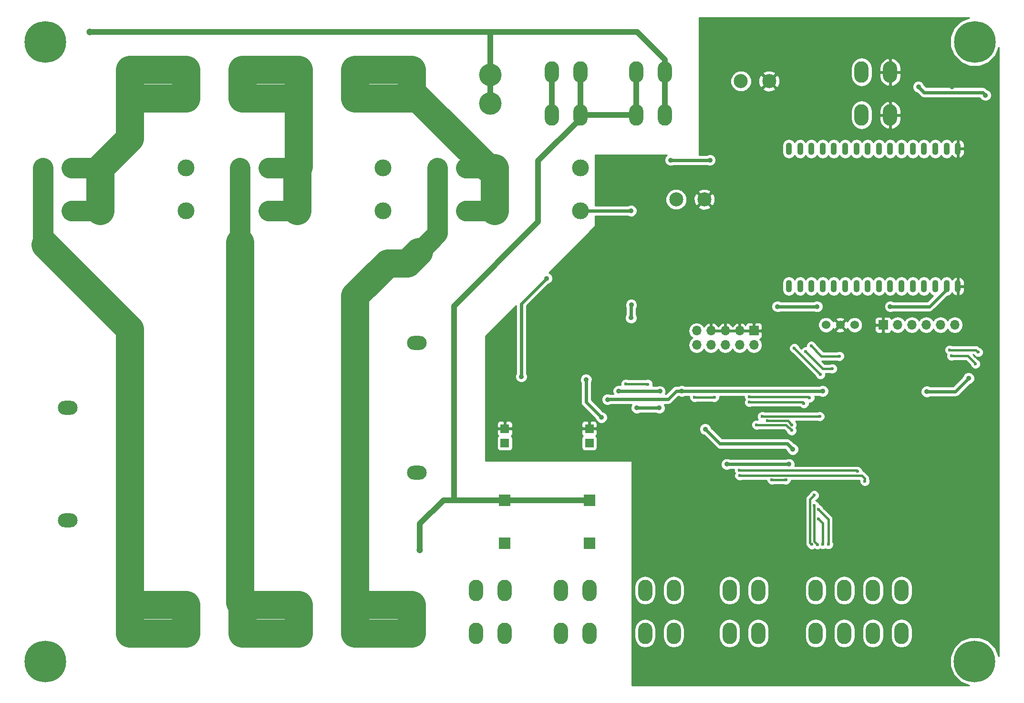
<source format=gbr>
G04 #@! TF.FileFunction,Copper,L2,Bot,Signal*
%FSLAX46Y46*%
G04 Gerber Fmt 4.6, Leading zero omitted, Abs format (unit mm)*
G04 Created by KiCad (PCBNEW 4.0.7-e2-6376~58~ubuntu16.04.1) date Sat Sep 15 23:25:49 2018*
%MOMM*%
%LPD*%
G01*
G04 APERTURE LIST*
%ADD10C,0.100000*%
%ADD11C,7.400000*%
%ADD12C,3.000000*%
%ADD13C,2.500000*%
%ADD14O,2.540000X3.810000*%
%ADD15R,1.700000X1.700000*%
%ADD16O,1.700000X1.700000*%
%ADD17O,3.500000X2.500000*%
%ADD18O,1.100000X2.200000*%
%ADD19R,1.500000X1.500000*%
%ADD20R,2.000000X2.000000*%
%ADD21C,1.524000*%
%ADD22C,4.000000*%
%ADD23C,0.900000*%
%ADD24C,0.600000*%
%ADD25C,1.200000*%
%ADD26C,0.600000*%
%ADD27C,0.400000*%
%ADD28C,1.000000*%
%ADD29C,5.000000*%
%ADD30C,3.600000*%
%ADD31C,0.254000*%
G04 APERTURE END LIST*
D10*
D11*
X254970000Y-235000000D03*
X90000000Y-235000000D03*
X255000000Y-125000000D03*
D12*
X185000000Y-147380000D03*
X185000000Y-155000000D03*
X164680000Y-147380000D03*
X159600000Y-147380000D03*
X169760000Y-147380000D03*
X164680000Y-155000000D03*
X159600000Y-155000000D03*
X169760000Y-155000000D03*
D13*
X213500000Y-132000000D03*
X218500000Y-132000000D03*
D14*
X185000000Y-138000000D03*
X185000000Y-130380000D03*
X179920000Y-138000000D03*
X179920000Y-130380000D03*
D15*
X215808659Y-176301441D03*
D16*
X215808659Y-178841441D03*
X213268659Y-176301441D03*
X213268659Y-178841441D03*
X210728659Y-176301441D03*
X210728659Y-178841441D03*
X208188659Y-176301441D03*
X208188659Y-178841441D03*
X205648659Y-176301441D03*
X205648659Y-178841441D03*
D14*
X226760000Y-222380000D03*
X226760000Y-230000000D03*
X231840000Y-222380000D03*
X231840000Y-230000000D03*
X242000000Y-222380000D03*
X236920000Y-222380000D03*
X236920000Y-230000000D03*
X242000000Y-230000000D03*
X196500000Y-222380000D03*
X196500000Y-230000000D03*
X201580000Y-222380000D03*
X201580000Y-230000000D03*
X166500000Y-222380000D03*
X166500000Y-230000000D03*
X171580000Y-222380000D03*
X171580000Y-230000000D03*
X181500000Y-222380000D03*
X181500000Y-230000000D03*
X186580000Y-222380000D03*
X186580000Y-230000000D03*
X211500000Y-222380000D03*
X211500000Y-230000000D03*
X216580000Y-222380000D03*
X216580000Y-230000000D03*
D12*
X115000000Y-147380000D03*
X115000000Y-155000000D03*
X94680000Y-147380000D03*
X89600000Y-147380000D03*
X99760000Y-147380000D03*
X94680000Y-155000000D03*
X89600000Y-155000000D03*
X99760000Y-155000000D03*
X150000000Y-147380000D03*
X150000000Y-155000000D03*
X129680000Y-147380000D03*
X124600000Y-147380000D03*
X134760000Y-147380000D03*
X129680000Y-155000000D03*
X124600000Y-155000000D03*
X134760000Y-155000000D03*
D17*
X156000000Y-201500000D03*
X156000000Y-178500000D03*
X94000000Y-210000000D03*
X94000000Y-190000000D03*
D18*
X252000000Y-144000000D03*
X250000000Y-144000000D03*
X248000000Y-144000000D03*
X246000000Y-144000000D03*
X244000000Y-144000000D03*
X242000000Y-144000000D03*
X240000000Y-144000000D03*
X238000000Y-144000000D03*
X236000000Y-144000000D03*
X234000000Y-144000000D03*
X232000000Y-144000000D03*
X230000000Y-144000000D03*
X228000000Y-144000000D03*
X226000000Y-144000000D03*
X224000000Y-144000000D03*
X222000000Y-144000000D03*
X222000000Y-168400000D03*
X224000000Y-168400000D03*
X226000000Y-168400000D03*
X228000000Y-168400000D03*
X230000000Y-168400000D03*
X232000000Y-168400000D03*
X234000000Y-168400000D03*
X236000000Y-168400000D03*
X238000000Y-168400000D03*
X240000000Y-168400000D03*
X242000000Y-168400000D03*
X244000000Y-168400000D03*
X246000000Y-168400000D03*
X248000000Y-168400000D03*
X250000000Y-168400000D03*
X252000000Y-168400000D03*
D19*
X171580000Y-193680000D03*
X171580000Y-196220000D03*
D20*
X171580000Y-206380000D03*
X171580000Y-214000000D03*
D19*
X186580000Y-193680000D03*
X186580000Y-196220000D03*
D20*
X186580000Y-206380000D03*
X186580000Y-214000000D03*
D21*
X233680000Y-175260000D03*
X231140000Y-175260000D03*
X228600000Y-175260000D03*
D15*
X238760000Y-175260000D03*
D16*
X241300000Y-175260000D03*
X243840000Y-175260000D03*
X246380000Y-175260000D03*
X248920000Y-175260000D03*
X251460000Y-175260000D03*
D11*
X90000000Y-125000000D03*
D14*
X200000000Y-138000000D03*
X200000000Y-130380000D03*
X194920000Y-138000000D03*
X194920000Y-130380000D03*
X240000000Y-138000000D03*
X240000000Y-130380000D03*
X234920000Y-138000000D03*
X234920000Y-130380000D03*
D22*
X115000000Y-230000000D03*
X115000000Y-224920000D03*
X135000000Y-230000000D03*
X135000000Y-224920000D03*
X155000000Y-230000000D03*
X155000000Y-224920000D03*
X105000000Y-230000000D03*
X105000000Y-224920000D03*
X125000000Y-230000000D03*
X125000000Y-224920000D03*
X145000000Y-230000000D03*
X145000000Y-224920000D03*
X105000000Y-135000000D03*
X105000000Y-129920000D03*
X125000000Y-135000000D03*
X125000000Y-129920000D03*
X145000000Y-135000000D03*
X145000000Y-129920000D03*
X115000000Y-135000000D03*
X115000000Y-129920000D03*
X135000000Y-135000000D03*
X135000000Y-129920000D03*
X155000000Y-135000000D03*
X155000000Y-129920000D03*
X169000000Y-130920000D03*
X169000000Y-136000000D03*
D13*
X202000000Y-153000000D03*
X207000000Y-153000000D03*
D23*
X194036735Y-171716078D03*
X188738924Y-191689990D03*
X207158156Y-193763009D03*
X222690609Y-197342502D03*
X186000000Y-185000000D03*
X194000000Y-174000000D03*
X220000000Y-174000000D03*
X168750000Y-178500000D03*
X169750000Y-178500000D03*
X222255582Y-208773488D03*
X248825000Y-184750000D03*
X248825000Y-196750000D03*
X248825000Y-208750000D03*
X216750000Y-198000000D03*
X216750000Y-198000000D03*
X200000000Y-177000000D03*
X169750000Y-179750000D03*
X181828234Y-179828234D03*
X206664241Y-183862581D03*
X203500000Y-191000000D03*
D24*
X232624345Y-208526575D03*
X233450064Y-207625261D03*
X231746290Y-207619446D03*
X232601085Y-207602001D03*
X232618530Y-206683243D03*
X233450064Y-208517853D03*
X233447157Y-206677428D03*
X231749198Y-206677428D03*
X231748534Y-208519201D03*
D23*
X203000000Y-211000000D03*
X215000000Y-211000000D03*
X222000000Y-206000000D03*
X244000000Y-203000000D03*
X244000000Y-206000000D03*
X244000000Y-193000000D03*
X257000000Y-183000000D03*
X252000000Y-165000000D03*
X252000000Y-147000000D03*
X251000000Y-133000000D03*
X199000000Y-190000000D03*
X195000000Y-190000000D03*
X211000000Y-200000000D03*
X222000000Y-200000000D03*
X199108662Y-187050990D03*
X220000000Y-172000000D03*
X227000000Y-172000000D03*
X240000000Y-172000000D03*
X191796684Y-187002759D03*
D24*
X205237904Y-188106475D03*
X208793370Y-188108559D03*
D23*
X245000000Y-133000000D03*
X256905681Y-134488175D03*
X208000000Y-146000000D03*
X201000000Y-146000000D03*
X174515434Y-184440362D03*
X179000000Y-167000000D03*
X203000000Y-187000000D03*
X246503833Y-187107512D03*
X228000000Y-187000000D03*
X253905000Y-184750000D03*
X189797002Y-188504136D03*
D25*
X97848832Y-123271247D03*
D24*
X226070884Y-214236688D03*
X226500000Y-205500000D03*
X227092852Y-214252020D03*
X226516885Y-207350425D03*
X229003605Y-214217520D03*
X227251311Y-208009909D03*
X228026031Y-214217520D03*
X227240272Y-209723542D03*
D22*
X90000000Y-161000000D03*
X124600000Y-160600000D03*
X156318565Y-162312381D03*
D24*
X250567416Y-179697388D03*
X255598020Y-180101429D03*
X222500000Y-194000000D03*
X216250000Y-193000000D03*
X218184384Y-192299990D03*
X222500000Y-193000000D03*
X227500000Y-191500000D03*
X217250000Y-191500000D03*
X227615486Y-184069536D03*
X222968099Y-179396440D03*
X229733974Y-183022194D03*
X225000000Y-180000000D03*
X255132023Y-182189081D03*
X230947939Y-180808493D03*
X250895048Y-180784690D03*
X226000000Y-179000000D03*
X196961631Y-185789087D03*
X193031828Y-185774368D03*
X225692443Y-188176599D03*
X215000000Y-188000000D03*
X224675773Y-189193269D03*
X215000000Y-189000000D03*
X235497888Y-203024772D03*
X213250000Y-202000000D03*
X234170308Y-201257003D03*
X213240780Y-201110186D03*
X221500000Y-202750000D03*
X219000000Y-202750000D03*
D25*
X156500000Y-215250000D03*
D23*
X194000000Y-155000000D03*
D26*
X194000000Y-174000000D02*
X194000000Y-171752813D01*
X194000000Y-171752813D02*
X194036735Y-171716078D01*
X188288925Y-191239991D02*
X188738924Y-191689990D01*
X186000000Y-188951066D02*
X188288925Y-191239991D01*
X186000000Y-185000000D02*
X186000000Y-188951066D01*
X222690609Y-197342502D02*
X221716758Y-196368651D01*
X221716758Y-196368651D02*
X209763798Y-196368651D01*
X209763798Y-196368651D02*
X207608155Y-194213008D01*
X207608155Y-194213008D02*
X207158156Y-193763009D01*
X195000000Y-190000000D02*
X199000000Y-190000000D01*
X222000000Y-200000000D02*
X211000000Y-200000000D01*
X199060431Y-187002759D02*
X199108662Y-187050990D01*
X191796684Y-187002759D02*
X199060431Y-187002759D01*
X227000000Y-172000000D02*
X220000000Y-172000000D01*
X250000000Y-168400000D02*
X250000000Y-168950000D01*
X250000000Y-168950000D02*
X246950000Y-172000000D01*
X246950000Y-172000000D02*
X240636396Y-172000000D01*
X240636396Y-172000000D02*
X240000000Y-172000000D01*
D27*
X205239988Y-188108559D02*
X205237904Y-188106475D01*
X208793370Y-188108559D02*
X205239988Y-188108559D01*
D26*
X245975460Y-133975460D02*
X245000000Y-133000000D01*
X252924461Y-133975460D02*
X245975460Y-133975460D01*
X256455682Y-134038176D02*
X256905681Y-134488175D01*
X256392966Y-133975460D02*
X256455682Y-134038176D01*
X252924461Y-133975460D02*
X256392966Y-133975460D01*
X201000000Y-146000000D02*
X208000000Y-146000000D01*
X174515434Y-183803966D02*
X174515434Y-184440362D01*
X179000000Y-167000000D02*
X174515434Y-171484566D01*
X174515434Y-171484566D02*
X174515434Y-183803966D01*
X228000000Y-187000000D02*
X203000000Y-187000000D01*
X203000000Y-187000000D02*
X202000000Y-187000000D01*
X202000000Y-187000000D02*
X201000000Y-188000000D01*
X253905000Y-184750000D02*
X253899072Y-184750000D01*
X253899072Y-184750000D02*
X251541560Y-187107512D01*
X251541560Y-187107512D02*
X247140229Y-187107512D01*
X247140229Y-187107512D02*
X246503833Y-187107512D01*
X201000000Y-188000000D02*
X200559281Y-188440719D01*
X200559281Y-188440719D02*
X189860419Y-188440719D01*
X189860419Y-188440719D02*
X189797002Y-188504136D01*
D28*
X179920000Y-130380000D02*
X179920000Y-138000000D01*
D29*
X105000000Y-129920000D02*
X105000000Y-135000000D01*
X115000000Y-129920000D02*
X105000000Y-129920000D01*
X115000000Y-129920000D02*
X115000000Y-135000000D01*
X105000000Y-135000000D02*
X115000000Y-135000000D01*
X99760000Y-147380000D02*
X99760000Y-155000000D01*
X105000000Y-135000000D02*
X105000000Y-142140000D01*
X105000000Y-142140000D02*
X99760000Y-147380000D01*
D30*
X99760000Y-155000000D02*
X94680000Y-155000000D01*
X99760000Y-147380000D02*
X94680000Y-147380000D01*
D28*
X169000000Y-136000000D02*
X169000000Y-130920000D01*
X195071180Y-123271247D02*
X169000000Y-123271247D01*
X169000000Y-123271247D02*
X98697360Y-123271247D01*
X169000000Y-130920000D02*
X169000000Y-123271247D01*
X200000000Y-130380000D02*
X200000000Y-128200067D01*
X200000000Y-128200067D02*
X195071180Y-123271247D01*
X98697360Y-123271247D02*
X97848832Y-123271247D01*
X200000000Y-130380000D02*
X200000000Y-138000000D01*
D29*
X125000000Y-135000000D02*
X125000000Y-129920000D01*
X135000000Y-135000000D02*
X125000000Y-135000000D01*
X135000000Y-129920000D02*
X135000000Y-135000000D01*
X125000000Y-129920000D02*
X135000000Y-129920000D01*
X134760000Y-147380000D02*
X134760000Y-155000000D01*
X135000000Y-135000000D02*
X135000000Y-147140000D01*
X135000000Y-147140000D02*
X134760000Y-147380000D01*
D30*
X134760000Y-155000000D02*
X129680000Y-155000000D01*
X134760000Y-147380000D02*
X129680000Y-147380000D01*
D29*
X155000000Y-135000000D02*
X156170075Y-135000000D01*
X168550075Y-147380000D02*
X169760000Y-147380000D01*
X156170075Y-135000000D02*
X168550075Y-147380000D01*
X145000000Y-135000000D02*
X145000000Y-129920000D01*
X155000000Y-135000000D02*
X145000000Y-135000000D01*
X155000000Y-129920000D02*
X155000000Y-135000000D01*
X145000000Y-129920000D02*
X155000000Y-129920000D01*
X169760000Y-147380000D02*
X169760000Y-155000000D01*
D30*
X169760000Y-155000000D02*
X164680000Y-155000000D01*
X169760000Y-147380000D02*
X164680000Y-147380000D01*
D27*
X225770885Y-206229115D02*
X225770885Y-213936689D01*
X225770885Y-213936689D02*
X226070884Y-214236688D01*
X226500000Y-205500000D02*
X225770885Y-206229115D01*
X226792853Y-213952021D02*
X227092852Y-214252020D01*
X226516885Y-213676053D02*
X226792853Y-213952021D01*
X226516885Y-207350425D02*
X226516885Y-213676053D01*
X229003605Y-209762203D02*
X229003605Y-213793256D01*
X229003605Y-213793256D02*
X229003605Y-214217520D01*
X227251311Y-208009909D02*
X229003605Y-209762203D01*
X228026031Y-213793256D02*
X228026031Y-214217520D01*
X228026031Y-210509301D02*
X228026031Y-213793256D01*
X227240272Y-209723542D02*
X228026031Y-210509301D01*
D29*
X115000000Y-224920000D02*
X115000000Y-230000000D01*
X105000000Y-224920000D02*
X105000000Y-230000000D01*
X115000000Y-230000000D02*
X105000000Y-230000000D01*
X105000000Y-224920000D02*
X115000000Y-224920000D01*
X90000000Y-161000000D02*
X105000000Y-176000000D01*
X105000000Y-176000000D02*
X105000000Y-224920000D01*
D30*
X89600000Y-155000000D02*
X89600000Y-160600000D01*
X89600000Y-160600000D02*
X90000000Y-161000000D01*
X89600000Y-147380000D02*
X89600000Y-155000000D01*
D29*
X124600000Y-160600000D02*
X124600000Y-224520000D01*
X124600000Y-224520000D02*
X125000000Y-224920000D01*
X135000000Y-224920000D02*
X135000000Y-230000000D01*
X125000000Y-224920000D02*
X125000000Y-230000000D01*
X135000000Y-230000000D02*
X125000000Y-230000000D01*
X125000000Y-224920000D02*
X135000000Y-224920000D01*
D30*
X124600000Y-155000000D02*
X124600000Y-160600000D01*
X124600000Y-147380000D02*
X124600000Y-155000000D01*
D29*
X145000000Y-224920000D02*
X145000000Y-170088759D01*
X145000000Y-170088759D02*
X150776379Y-164312380D01*
X150776379Y-164312380D02*
X154318566Y-164312380D01*
X154318566Y-164312380D02*
X156318565Y-162312381D01*
D30*
X158318564Y-160312382D02*
X156318565Y-162312381D01*
X159600000Y-159030946D02*
X158318564Y-160312382D01*
X159600000Y-155000000D02*
X159600000Y-159030946D01*
D29*
X145000000Y-224920000D02*
X145000000Y-230000000D01*
X155000000Y-224920000D02*
X155000000Y-230000000D01*
X145000000Y-230000000D02*
X155000000Y-230000000D01*
X145000000Y-224920000D02*
X155000000Y-224920000D01*
D30*
X159600000Y-147380000D02*
X159600000Y-155000000D01*
D27*
X250991680Y-179697388D02*
X250567416Y-179697388D01*
X255193979Y-179697388D02*
X250991680Y-179697388D01*
X255598020Y-180101429D02*
X255193979Y-179697388D01*
X221500000Y-193000000D02*
X222500000Y-194000000D01*
X216250000Y-193000000D02*
X221500000Y-193000000D01*
X218608648Y-192299990D02*
X218184384Y-192299990D01*
X221799990Y-192299990D02*
X218608648Y-192299990D01*
X222500000Y-193000000D02*
X221799990Y-192299990D01*
X217250000Y-191500000D02*
X227500000Y-191500000D01*
X222968099Y-179396440D02*
X227615486Y-184043827D01*
X227615486Y-184043827D02*
X227615486Y-184069536D01*
X229309710Y-183022194D02*
X229733974Y-183022194D01*
X228022194Y-183022194D02*
X229309710Y-183022194D01*
X225000000Y-180000000D02*
X228022194Y-183022194D01*
X254832024Y-181889082D02*
X255132023Y-182189081D01*
X253727632Y-180784690D02*
X254832024Y-181889082D01*
X250895048Y-180784690D02*
X253727632Y-180784690D01*
X230523675Y-180808493D02*
X230947939Y-180808493D01*
X227808493Y-180808493D02*
X230523675Y-180808493D01*
X226000000Y-179000000D02*
X227808493Y-180808493D01*
X196946912Y-185774368D02*
X196961631Y-185789087D01*
X193031828Y-185774368D02*
X196946912Y-185774368D01*
X215000000Y-188000000D02*
X225515844Y-188000000D01*
X225515844Y-188000000D02*
X225692443Y-188176599D01*
X224482504Y-189000000D02*
X224675773Y-189193269D01*
X215000000Y-189000000D02*
X224482504Y-189000000D01*
X213250000Y-202000000D02*
X213275227Y-201974773D01*
X213275227Y-201974773D02*
X234969642Y-201974773D01*
X234969642Y-201974773D02*
X235497888Y-202503019D01*
X235497888Y-202503019D02*
X235497888Y-203024772D01*
X213240780Y-201110186D02*
X234023491Y-201110186D01*
X234023491Y-201110186D02*
X234170308Y-201257003D01*
X219000000Y-202750000D02*
X221500000Y-202750000D01*
D28*
X156500000Y-215250000D02*
X156500000Y-210558236D01*
X156500000Y-210558236D02*
X160678236Y-206380000D01*
X160678236Y-206380000D02*
X162591980Y-206380000D01*
X185000000Y-138000000D02*
X185000000Y-138635000D01*
X162591980Y-171908020D02*
X162591980Y-206380000D01*
X185000000Y-138635000D02*
X177500000Y-146135000D01*
X177500000Y-146135000D02*
X177500000Y-157000000D01*
X177500000Y-157000000D02*
X162591980Y-171908020D01*
X162591980Y-206380000D02*
X165406434Y-206380000D01*
X194920000Y-138000000D02*
X185000000Y-138000000D01*
X165406434Y-206380000D02*
X171580000Y-206380000D01*
X186580000Y-206380000D02*
X184580000Y-206380000D01*
X184580000Y-206380000D02*
X171580000Y-206380000D01*
X194920000Y-130380000D02*
X194920000Y-138000000D01*
X185000000Y-130380000D02*
X185000000Y-138000000D01*
D26*
X187121320Y-155000000D02*
X194000000Y-155000000D01*
X185000000Y-155000000D02*
X187121320Y-155000000D01*
D31*
G36*
X252547628Y-121322823D02*
X251327108Y-122541213D01*
X250665754Y-124133932D01*
X250664249Y-125858502D01*
X251322823Y-127452372D01*
X252541213Y-128672892D01*
X254133932Y-129334246D01*
X255858502Y-129335751D01*
X257452372Y-128677177D01*
X258672892Y-127458787D01*
X259290000Y-125972624D01*
X259290000Y-234103378D01*
X258647177Y-232547628D01*
X257428787Y-231327108D01*
X255836068Y-230665754D01*
X254111498Y-230664249D01*
X252517628Y-231322823D01*
X251297108Y-232541213D01*
X250635754Y-234133932D01*
X250634249Y-235858502D01*
X251292823Y-237452372D01*
X252511213Y-238672892D01*
X253997376Y-239290000D01*
X194127000Y-239290000D01*
X194127000Y-229315238D01*
X194595000Y-229315238D01*
X194595000Y-230684762D01*
X194740009Y-231413774D01*
X195152962Y-232031800D01*
X195770988Y-232444753D01*
X196500000Y-232589762D01*
X197229012Y-232444753D01*
X197847038Y-232031800D01*
X198259991Y-231413774D01*
X198405000Y-230684762D01*
X198405000Y-229315238D01*
X199675000Y-229315238D01*
X199675000Y-230684762D01*
X199820009Y-231413774D01*
X200232962Y-232031800D01*
X200850988Y-232444753D01*
X201580000Y-232589762D01*
X202309012Y-232444753D01*
X202927038Y-232031800D01*
X203339991Y-231413774D01*
X203485000Y-230684762D01*
X203485000Y-229315238D01*
X209595000Y-229315238D01*
X209595000Y-230684762D01*
X209740009Y-231413774D01*
X210152962Y-232031800D01*
X210770988Y-232444753D01*
X211500000Y-232589762D01*
X212229012Y-232444753D01*
X212847038Y-232031800D01*
X213259991Y-231413774D01*
X213405000Y-230684762D01*
X213405000Y-229315238D01*
X214675000Y-229315238D01*
X214675000Y-230684762D01*
X214820009Y-231413774D01*
X215232962Y-232031800D01*
X215850988Y-232444753D01*
X216580000Y-232589762D01*
X217309012Y-232444753D01*
X217927038Y-232031800D01*
X218339991Y-231413774D01*
X218485000Y-230684762D01*
X218485000Y-229315238D01*
X224855000Y-229315238D01*
X224855000Y-230684762D01*
X225000009Y-231413774D01*
X225412962Y-232031800D01*
X226030988Y-232444753D01*
X226760000Y-232589762D01*
X227489012Y-232444753D01*
X228107038Y-232031800D01*
X228519991Y-231413774D01*
X228665000Y-230684762D01*
X228665000Y-229315238D01*
X229935000Y-229315238D01*
X229935000Y-230684762D01*
X230080009Y-231413774D01*
X230492962Y-232031800D01*
X231110988Y-232444753D01*
X231840000Y-232589762D01*
X232569012Y-232444753D01*
X233187038Y-232031800D01*
X233599991Y-231413774D01*
X233745000Y-230684762D01*
X233745000Y-229315238D01*
X235015000Y-229315238D01*
X235015000Y-230684762D01*
X235160009Y-231413774D01*
X235572962Y-232031800D01*
X236190988Y-232444753D01*
X236920000Y-232589762D01*
X237649012Y-232444753D01*
X238267038Y-232031800D01*
X238679991Y-231413774D01*
X238825000Y-230684762D01*
X238825000Y-229315238D01*
X240095000Y-229315238D01*
X240095000Y-230684762D01*
X240240009Y-231413774D01*
X240652962Y-232031800D01*
X241270988Y-232444753D01*
X242000000Y-232589762D01*
X242729012Y-232444753D01*
X243347038Y-232031800D01*
X243759991Y-231413774D01*
X243905000Y-230684762D01*
X243905000Y-229315238D01*
X243759991Y-228586226D01*
X243347038Y-227968200D01*
X242729012Y-227555247D01*
X242000000Y-227410238D01*
X241270988Y-227555247D01*
X240652962Y-227968200D01*
X240240009Y-228586226D01*
X240095000Y-229315238D01*
X238825000Y-229315238D01*
X238679991Y-228586226D01*
X238267038Y-227968200D01*
X237649012Y-227555247D01*
X236920000Y-227410238D01*
X236190988Y-227555247D01*
X235572962Y-227968200D01*
X235160009Y-228586226D01*
X235015000Y-229315238D01*
X233745000Y-229315238D01*
X233599991Y-228586226D01*
X233187038Y-227968200D01*
X232569012Y-227555247D01*
X231840000Y-227410238D01*
X231110988Y-227555247D01*
X230492962Y-227968200D01*
X230080009Y-228586226D01*
X229935000Y-229315238D01*
X228665000Y-229315238D01*
X228519991Y-228586226D01*
X228107038Y-227968200D01*
X227489012Y-227555247D01*
X226760000Y-227410238D01*
X226030988Y-227555247D01*
X225412962Y-227968200D01*
X225000009Y-228586226D01*
X224855000Y-229315238D01*
X218485000Y-229315238D01*
X218339991Y-228586226D01*
X217927038Y-227968200D01*
X217309012Y-227555247D01*
X216580000Y-227410238D01*
X215850988Y-227555247D01*
X215232962Y-227968200D01*
X214820009Y-228586226D01*
X214675000Y-229315238D01*
X213405000Y-229315238D01*
X213259991Y-228586226D01*
X212847038Y-227968200D01*
X212229012Y-227555247D01*
X211500000Y-227410238D01*
X210770988Y-227555247D01*
X210152962Y-227968200D01*
X209740009Y-228586226D01*
X209595000Y-229315238D01*
X203485000Y-229315238D01*
X203339991Y-228586226D01*
X202927038Y-227968200D01*
X202309012Y-227555247D01*
X201580000Y-227410238D01*
X200850988Y-227555247D01*
X200232962Y-227968200D01*
X199820009Y-228586226D01*
X199675000Y-229315238D01*
X198405000Y-229315238D01*
X198259991Y-228586226D01*
X197847038Y-227968200D01*
X197229012Y-227555247D01*
X196500000Y-227410238D01*
X195770988Y-227555247D01*
X195152962Y-227968200D01*
X194740009Y-228586226D01*
X194595000Y-229315238D01*
X194127000Y-229315238D01*
X194127000Y-221695238D01*
X194595000Y-221695238D01*
X194595000Y-223064762D01*
X194740009Y-223793774D01*
X195152962Y-224411800D01*
X195770988Y-224824753D01*
X196500000Y-224969762D01*
X197229012Y-224824753D01*
X197847038Y-224411800D01*
X198259991Y-223793774D01*
X198405000Y-223064762D01*
X198405000Y-221695238D01*
X199675000Y-221695238D01*
X199675000Y-223064762D01*
X199820009Y-223793774D01*
X200232962Y-224411800D01*
X200850988Y-224824753D01*
X201580000Y-224969762D01*
X202309012Y-224824753D01*
X202927038Y-224411800D01*
X203339991Y-223793774D01*
X203485000Y-223064762D01*
X203485000Y-221695238D01*
X209595000Y-221695238D01*
X209595000Y-223064762D01*
X209740009Y-223793774D01*
X210152962Y-224411800D01*
X210770988Y-224824753D01*
X211500000Y-224969762D01*
X212229012Y-224824753D01*
X212847038Y-224411800D01*
X213259991Y-223793774D01*
X213405000Y-223064762D01*
X213405000Y-221695238D01*
X214675000Y-221695238D01*
X214675000Y-223064762D01*
X214820009Y-223793774D01*
X215232962Y-224411800D01*
X215850988Y-224824753D01*
X216580000Y-224969762D01*
X217309012Y-224824753D01*
X217927038Y-224411800D01*
X218339991Y-223793774D01*
X218485000Y-223064762D01*
X218485000Y-221695238D01*
X224855000Y-221695238D01*
X224855000Y-223064762D01*
X225000009Y-223793774D01*
X225412962Y-224411800D01*
X226030988Y-224824753D01*
X226760000Y-224969762D01*
X227489012Y-224824753D01*
X228107038Y-224411800D01*
X228519991Y-223793774D01*
X228665000Y-223064762D01*
X228665000Y-221695238D01*
X229935000Y-221695238D01*
X229935000Y-223064762D01*
X230080009Y-223793774D01*
X230492962Y-224411800D01*
X231110988Y-224824753D01*
X231840000Y-224969762D01*
X232569012Y-224824753D01*
X233187038Y-224411800D01*
X233599991Y-223793774D01*
X233745000Y-223064762D01*
X233745000Y-221695238D01*
X235015000Y-221695238D01*
X235015000Y-223064762D01*
X235160009Y-223793774D01*
X235572962Y-224411800D01*
X236190988Y-224824753D01*
X236920000Y-224969762D01*
X237649012Y-224824753D01*
X238267038Y-224411800D01*
X238679991Y-223793774D01*
X238825000Y-223064762D01*
X238825000Y-221695238D01*
X240095000Y-221695238D01*
X240095000Y-223064762D01*
X240240009Y-223793774D01*
X240652962Y-224411800D01*
X241270988Y-224824753D01*
X242000000Y-224969762D01*
X242729012Y-224824753D01*
X243347038Y-224411800D01*
X243759991Y-223793774D01*
X243905000Y-223064762D01*
X243905000Y-221695238D01*
X243759991Y-220966226D01*
X243347038Y-220348200D01*
X242729012Y-219935247D01*
X242000000Y-219790238D01*
X241270988Y-219935247D01*
X240652962Y-220348200D01*
X240240009Y-220966226D01*
X240095000Y-221695238D01*
X238825000Y-221695238D01*
X238679991Y-220966226D01*
X238267038Y-220348200D01*
X237649012Y-219935247D01*
X236920000Y-219790238D01*
X236190988Y-219935247D01*
X235572962Y-220348200D01*
X235160009Y-220966226D01*
X235015000Y-221695238D01*
X233745000Y-221695238D01*
X233599991Y-220966226D01*
X233187038Y-220348200D01*
X232569012Y-219935247D01*
X231840000Y-219790238D01*
X231110988Y-219935247D01*
X230492962Y-220348200D01*
X230080009Y-220966226D01*
X229935000Y-221695238D01*
X228665000Y-221695238D01*
X228519991Y-220966226D01*
X228107038Y-220348200D01*
X227489012Y-219935247D01*
X226760000Y-219790238D01*
X226030988Y-219935247D01*
X225412962Y-220348200D01*
X225000009Y-220966226D01*
X224855000Y-221695238D01*
X218485000Y-221695238D01*
X218339991Y-220966226D01*
X217927038Y-220348200D01*
X217309012Y-219935247D01*
X216580000Y-219790238D01*
X215850988Y-219935247D01*
X215232962Y-220348200D01*
X214820009Y-220966226D01*
X214675000Y-221695238D01*
X213405000Y-221695238D01*
X213259991Y-220966226D01*
X212847038Y-220348200D01*
X212229012Y-219935247D01*
X211500000Y-219790238D01*
X210770988Y-219935247D01*
X210152962Y-220348200D01*
X209740009Y-220966226D01*
X209595000Y-221695238D01*
X203485000Y-221695238D01*
X203339991Y-220966226D01*
X202927038Y-220348200D01*
X202309012Y-219935247D01*
X201580000Y-219790238D01*
X200850988Y-219935247D01*
X200232962Y-220348200D01*
X199820009Y-220966226D01*
X199675000Y-221695238D01*
X198405000Y-221695238D01*
X198259991Y-220966226D01*
X197847038Y-220348200D01*
X197229012Y-219935247D01*
X196500000Y-219790238D01*
X195770988Y-219935247D01*
X195152962Y-220348200D01*
X194740009Y-220966226D01*
X194595000Y-221695238D01*
X194127000Y-221695238D01*
X194127000Y-206229115D01*
X224935885Y-206229115D01*
X224935885Y-213936689D01*
X224999446Y-214256230D01*
X225098396Y-214404319D01*
X225177219Y-214522286D01*
X225277767Y-214765631D01*
X225540557Y-215028880D01*
X225884085Y-215171526D01*
X226256051Y-215171850D01*
X226563739Y-215044716D01*
X226906053Y-215186858D01*
X227278019Y-215187182D01*
X227601355Y-215053582D01*
X227839232Y-215152358D01*
X228211198Y-215152682D01*
X228515142Y-215027095D01*
X228816806Y-215152358D01*
X229188772Y-215152682D01*
X229532548Y-215010637D01*
X229795797Y-214747847D01*
X229938443Y-214404319D01*
X229938767Y-214032353D01*
X229838605Y-213789942D01*
X229838605Y-209762203D01*
X229775044Y-209442662D01*
X229594039Y-209171769D01*
X228143846Y-207721576D01*
X228044428Y-207480966D01*
X227781638Y-207217717D01*
X227438110Y-207075071D01*
X227414774Y-207075051D01*
X227310002Y-206821482D01*
X227047212Y-206558233D01*
X226747208Y-206433660D01*
X226788333Y-206392535D01*
X227028943Y-206293117D01*
X227292192Y-206030327D01*
X227434838Y-205686799D01*
X227435162Y-205314833D01*
X227293117Y-204971057D01*
X227030327Y-204707808D01*
X226686799Y-204565162D01*
X226314833Y-204564838D01*
X225971057Y-204706883D01*
X225707808Y-204969673D01*
X225607222Y-205211910D01*
X225180451Y-205638681D01*
X224999446Y-205909574D01*
X224935885Y-206229115D01*
X194127000Y-206229115D01*
X194127000Y-200214873D01*
X209914812Y-200214873D01*
X210079646Y-200613800D01*
X210384595Y-200919282D01*
X210783233Y-201084811D01*
X211214873Y-201085188D01*
X211578354Y-200935000D01*
X212305932Y-200935000D01*
X212305618Y-201295353D01*
X212417628Y-201566438D01*
X212315162Y-201813201D01*
X212314838Y-202185167D01*
X212456883Y-202528943D01*
X212719673Y-202792192D01*
X213063201Y-202934838D01*
X213435167Y-202935162D01*
X213738632Y-202809773D01*
X218064947Y-202809773D01*
X218064838Y-202935167D01*
X218206883Y-203278943D01*
X218469673Y-203542192D01*
X218813201Y-203684838D01*
X219185167Y-203685162D01*
X219427578Y-203585000D01*
X221072766Y-203585000D01*
X221313201Y-203684838D01*
X221685167Y-203685162D01*
X222028943Y-203543117D01*
X222292192Y-203280327D01*
X222434838Y-202936799D01*
X222434949Y-202809773D01*
X234574760Y-202809773D01*
X234563050Y-202837973D01*
X234562726Y-203209939D01*
X234704771Y-203553715D01*
X234967561Y-203816964D01*
X235311089Y-203959610D01*
X235683055Y-203959934D01*
X236026831Y-203817889D01*
X236290080Y-203555099D01*
X236432726Y-203211571D01*
X236433050Y-202839605D01*
X236332888Y-202597194D01*
X236332888Y-202503019D01*
X236291374Y-202294313D01*
X236269328Y-202183479D01*
X236088322Y-201912585D01*
X235560076Y-201384339D01*
X235289183Y-201203334D01*
X235105387Y-201166775D01*
X235105470Y-201071836D01*
X234963425Y-200728060D01*
X234700635Y-200464811D01*
X234357107Y-200322165D01*
X234259241Y-200322080D01*
X234023491Y-200275186D01*
X223060553Y-200275186D01*
X223084811Y-200216767D01*
X223085188Y-199785127D01*
X222920354Y-199386200D01*
X222615405Y-199080718D01*
X222216767Y-198915189D01*
X221785127Y-198914812D01*
X221421646Y-199065000D01*
X211577552Y-199065000D01*
X211216767Y-198915189D01*
X210785127Y-198914812D01*
X210386200Y-199079646D01*
X210080718Y-199384595D01*
X209915189Y-199783233D01*
X209914812Y-200214873D01*
X194127000Y-200214873D01*
X194127000Y-199500000D01*
X194116994Y-199450590D01*
X194088553Y-199408965D01*
X194046159Y-199381685D01*
X194000000Y-199373000D01*
X168127000Y-199373000D01*
X168127000Y-195470000D01*
X170182560Y-195470000D01*
X170182560Y-196970000D01*
X170226838Y-197205317D01*
X170365910Y-197421441D01*
X170578110Y-197566431D01*
X170830000Y-197617440D01*
X172330000Y-197617440D01*
X172565317Y-197573162D01*
X172781441Y-197434090D01*
X172926431Y-197221890D01*
X172977440Y-196970000D01*
X172977440Y-195470000D01*
X185182560Y-195470000D01*
X185182560Y-196970000D01*
X185226838Y-197205317D01*
X185365910Y-197421441D01*
X185578110Y-197566431D01*
X185830000Y-197617440D01*
X187330000Y-197617440D01*
X187565317Y-197573162D01*
X187781441Y-197434090D01*
X187926431Y-197221890D01*
X187977440Y-196970000D01*
X187977440Y-195470000D01*
X187933162Y-195234683D01*
X187794090Y-195018559D01*
X187702231Y-194955795D01*
X187868327Y-194789698D01*
X187965000Y-194556309D01*
X187965000Y-193977882D01*
X206072968Y-193977882D01*
X206237802Y-194376809D01*
X206542751Y-194682291D01*
X206905970Y-194833113D01*
X209102653Y-197029796D01*
X209405989Y-197232478D01*
X209465354Y-197244287D01*
X209763798Y-197303652D01*
X209763803Y-197303651D01*
X221329468Y-197303651D01*
X221621073Y-197595256D01*
X221770255Y-197956302D01*
X222075204Y-198261784D01*
X222473842Y-198427313D01*
X222905482Y-198427690D01*
X223304409Y-198262856D01*
X223609891Y-197957907D01*
X223775420Y-197559269D01*
X223775797Y-197127629D01*
X223610963Y-196728702D01*
X223306014Y-196423220D01*
X222942795Y-196272398D01*
X222377903Y-195707506D01*
X222074567Y-195504824D01*
X221716758Y-195433651D01*
X210151088Y-195433651D01*
X208227692Y-193510255D01*
X208093368Y-193185167D01*
X215314838Y-193185167D01*
X215456883Y-193528943D01*
X215719673Y-193792192D01*
X216063201Y-193934838D01*
X216435167Y-193935162D01*
X216677578Y-193835000D01*
X221154132Y-193835000D01*
X221607465Y-194288333D01*
X221706883Y-194528943D01*
X221969673Y-194792192D01*
X222313201Y-194934838D01*
X222685167Y-194935162D01*
X223028943Y-194793117D01*
X223292192Y-194530327D01*
X223434838Y-194186799D01*
X223435162Y-193814833D01*
X223304931Y-193499649D01*
X223434838Y-193186799D01*
X223435162Y-192814833D01*
X223293117Y-192471057D01*
X223157297Y-192335000D01*
X227072766Y-192335000D01*
X227313201Y-192434838D01*
X227685167Y-192435162D01*
X228028943Y-192293117D01*
X228292192Y-192030327D01*
X228434838Y-191686799D01*
X228435162Y-191314833D01*
X228293117Y-190971057D01*
X228030327Y-190707808D01*
X227686799Y-190565162D01*
X227314833Y-190564838D01*
X227072422Y-190665000D01*
X217677234Y-190665000D01*
X217436799Y-190565162D01*
X217064833Y-190564838D01*
X216721057Y-190706883D01*
X216457808Y-190969673D01*
X216315162Y-191313201D01*
X216314838Y-191685167D01*
X216456883Y-192028943D01*
X216532856Y-192105048D01*
X216436799Y-192065162D01*
X216064833Y-192064838D01*
X215721057Y-192206883D01*
X215457808Y-192469673D01*
X215315162Y-192813201D01*
X215314838Y-193185167D01*
X208093368Y-193185167D01*
X208078510Y-193149209D01*
X207773561Y-192843727D01*
X207374923Y-192678198D01*
X206943283Y-192677821D01*
X206544356Y-192842655D01*
X206238874Y-193147604D01*
X206073345Y-193546242D01*
X206072968Y-193977882D01*
X187965000Y-193977882D01*
X187965000Y-193965750D01*
X187806250Y-193807000D01*
X186707000Y-193807000D01*
X186707000Y-193827000D01*
X186453000Y-193827000D01*
X186453000Y-193807000D01*
X185353750Y-193807000D01*
X185195000Y-193965750D01*
X185195000Y-194556309D01*
X185291673Y-194789698D01*
X185457249Y-194955275D01*
X185378559Y-195005910D01*
X185233569Y-195218110D01*
X185182560Y-195470000D01*
X172977440Y-195470000D01*
X172933162Y-195234683D01*
X172794090Y-195018559D01*
X172702231Y-194955795D01*
X172868327Y-194789698D01*
X172965000Y-194556309D01*
X172965000Y-193965750D01*
X172806250Y-193807000D01*
X171707000Y-193807000D01*
X171707000Y-193827000D01*
X171453000Y-193827000D01*
X171453000Y-193807000D01*
X170353750Y-193807000D01*
X170195000Y-193965750D01*
X170195000Y-194556309D01*
X170291673Y-194789698D01*
X170457249Y-194955275D01*
X170378559Y-195005910D01*
X170233569Y-195218110D01*
X170182560Y-195470000D01*
X168127000Y-195470000D01*
X168127000Y-192803691D01*
X170195000Y-192803691D01*
X170195000Y-193394250D01*
X170353750Y-193553000D01*
X171453000Y-193553000D01*
X171453000Y-192453750D01*
X171707000Y-192453750D01*
X171707000Y-193553000D01*
X172806250Y-193553000D01*
X172965000Y-193394250D01*
X172965000Y-192803691D01*
X185195000Y-192803691D01*
X185195000Y-193394250D01*
X185353750Y-193553000D01*
X186453000Y-193553000D01*
X186453000Y-192453750D01*
X186707000Y-192453750D01*
X186707000Y-193553000D01*
X187806250Y-193553000D01*
X187965000Y-193394250D01*
X187965000Y-192803691D01*
X187868327Y-192570302D01*
X187689699Y-192391673D01*
X187456310Y-192295000D01*
X186865750Y-192295000D01*
X186707000Y-192453750D01*
X186453000Y-192453750D01*
X186294250Y-192295000D01*
X185703690Y-192295000D01*
X185470301Y-192391673D01*
X185291673Y-192570302D01*
X185195000Y-192803691D01*
X172965000Y-192803691D01*
X172868327Y-192570302D01*
X172689699Y-192391673D01*
X172456310Y-192295000D01*
X171865750Y-192295000D01*
X171707000Y-192453750D01*
X171453000Y-192453750D01*
X171294250Y-192295000D01*
X170703690Y-192295000D01*
X170470301Y-192391673D01*
X170291673Y-192570302D01*
X170195000Y-192803691D01*
X168127000Y-192803691D01*
X168127000Y-177302606D01*
X173580434Y-171849172D01*
X173580434Y-183862810D01*
X173430623Y-184223595D01*
X173430246Y-184655235D01*
X173595080Y-185054162D01*
X173900029Y-185359644D01*
X174298667Y-185525173D01*
X174730307Y-185525550D01*
X175129234Y-185360716D01*
X175275331Y-185214873D01*
X184914812Y-185214873D01*
X185065000Y-185578354D01*
X185065000Y-188951066D01*
X185136173Y-189308875D01*
X185338855Y-189612211D01*
X187669388Y-191942744D01*
X187818570Y-192303790D01*
X188123519Y-192609272D01*
X188522157Y-192774801D01*
X188953797Y-192775178D01*
X189352724Y-192610344D01*
X189658206Y-192305395D01*
X189823735Y-191906757D01*
X189824112Y-191475117D01*
X189659278Y-191076190D01*
X189354329Y-190770708D01*
X188991110Y-190619886D01*
X187090233Y-188719009D01*
X188711814Y-188719009D01*
X188876648Y-189117936D01*
X189181597Y-189423418D01*
X189580235Y-189588947D01*
X190011875Y-189589324D01*
X190410802Y-189424490D01*
X190459658Y-189375719D01*
X194089610Y-189375719D01*
X194080718Y-189384595D01*
X193915189Y-189783233D01*
X193914812Y-190214873D01*
X194079646Y-190613800D01*
X194384595Y-190919282D01*
X194783233Y-191084811D01*
X195214873Y-191085188D01*
X195578354Y-190935000D01*
X198422448Y-190935000D01*
X198783233Y-191084811D01*
X199214873Y-191085188D01*
X199613800Y-190920354D01*
X199919282Y-190615405D01*
X200084811Y-190216767D01*
X200085188Y-189785127D01*
X199920354Y-189386200D01*
X199909891Y-189375719D01*
X200559281Y-189375719D01*
X200917090Y-189304546D01*
X201220426Y-189101864D01*
X202387290Y-187935000D01*
X202422448Y-187935000D01*
X202783233Y-188084811D01*
X203214873Y-188085188D01*
X203578354Y-187935000D01*
X204303053Y-187935000D01*
X204302742Y-188291642D01*
X204444787Y-188635418D01*
X204707577Y-188898667D01*
X205051105Y-189041313D01*
X205423071Y-189041637D01*
X205660438Y-188943559D01*
X208366136Y-188943559D01*
X208606571Y-189043397D01*
X208978537Y-189043721D01*
X209322313Y-188901676D01*
X209585562Y-188638886D01*
X209728208Y-188295358D01*
X209728522Y-187935000D01*
X214065056Y-187935000D01*
X214064838Y-188185167D01*
X214195069Y-188500351D01*
X214065162Y-188813201D01*
X214064838Y-189185167D01*
X214206883Y-189528943D01*
X214469673Y-189792192D01*
X214813201Y-189934838D01*
X215185167Y-189935162D01*
X215427578Y-189835000D01*
X223995247Y-189835000D01*
X224145446Y-189985461D01*
X224488974Y-190128107D01*
X224860940Y-190128431D01*
X225204716Y-189986386D01*
X225467965Y-189723596D01*
X225610611Y-189380068D01*
X225610845Y-189111529D01*
X225877610Y-189111761D01*
X226221386Y-188969716D01*
X226484635Y-188706926D01*
X226627281Y-188363398D01*
X226627605Y-187991432D01*
X226604288Y-187935000D01*
X227422448Y-187935000D01*
X227783233Y-188084811D01*
X228214873Y-188085188D01*
X228613800Y-187920354D01*
X228919282Y-187615405D01*
X229040954Y-187322385D01*
X245418645Y-187322385D01*
X245583479Y-187721312D01*
X245888428Y-188026794D01*
X246287066Y-188192323D01*
X246718706Y-188192700D01*
X247082187Y-188042512D01*
X251541560Y-188042512D01*
X251899369Y-187971339D01*
X252202705Y-187768657D01*
X254147652Y-185823710D01*
X254518800Y-185670354D01*
X254824282Y-185365405D01*
X254989811Y-184966767D01*
X254990188Y-184535127D01*
X254825354Y-184136200D01*
X254520405Y-183830718D01*
X254121767Y-183665189D01*
X253690127Y-183664812D01*
X253291200Y-183829646D01*
X252985718Y-184134595D01*
X252839106Y-184487676D01*
X251154270Y-186172512D01*
X247081385Y-186172512D01*
X246720600Y-186022701D01*
X246288960Y-186022324D01*
X245890033Y-186187158D01*
X245584551Y-186492107D01*
X245419022Y-186890745D01*
X245418645Y-187322385D01*
X229040954Y-187322385D01*
X229084811Y-187216767D01*
X229085188Y-186785127D01*
X228920354Y-186386200D01*
X228615405Y-186080718D01*
X228216767Y-185915189D01*
X227785127Y-185914812D01*
X227421646Y-186065000D01*
X203577552Y-186065000D01*
X203216767Y-185915189D01*
X202785127Y-185914812D01*
X202421646Y-186065000D01*
X202000005Y-186065000D01*
X202000000Y-186064999D01*
X201701556Y-186124364D01*
X201642191Y-186136173D01*
X201392051Y-186303311D01*
X201338855Y-186338855D01*
X200171991Y-187505719D01*
X200094663Y-187505719D01*
X200193473Y-187267757D01*
X200193850Y-186836117D01*
X200029016Y-186437190D01*
X199724067Y-186131708D01*
X199325429Y-185966179D01*
X198893789Y-185965802D01*
X198647035Y-186067759D01*
X197858320Y-186067759D01*
X197896469Y-185975886D01*
X197896793Y-185603920D01*
X197754748Y-185260144D01*
X197491958Y-184996895D01*
X197148430Y-184854249D01*
X196776464Y-184853925D01*
X196569676Y-184939368D01*
X193459062Y-184939368D01*
X193218627Y-184839530D01*
X192846661Y-184839206D01*
X192502885Y-184981251D01*
X192239636Y-185244041D01*
X192096990Y-185587569D01*
X192096672Y-185952504D01*
X192013451Y-185917948D01*
X191581811Y-185917571D01*
X191182884Y-186082405D01*
X190877402Y-186387354D01*
X190711873Y-186785992D01*
X190711496Y-187217632D01*
X190830532Y-187505719D01*
X190221829Y-187505719D01*
X190013769Y-187419325D01*
X189582129Y-187418948D01*
X189183202Y-187583782D01*
X188877720Y-187888731D01*
X188712191Y-188287369D01*
X188711814Y-188719009D01*
X187090233Y-188719009D01*
X186935000Y-188563776D01*
X186935000Y-185577552D01*
X187084811Y-185216767D01*
X187085188Y-184785127D01*
X186920354Y-184386200D01*
X186615405Y-184080718D01*
X186216767Y-183915189D01*
X185785127Y-183914812D01*
X185386200Y-184079646D01*
X185080718Y-184384595D01*
X184915189Y-184783233D01*
X184914812Y-185214873D01*
X175275331Y-185214873D01*
X175434716Y-185055767D01*
X175600245Y-184657129D01*
X175600622Y-184225489D01*
X175450434Y-183862008D01*
X175450434Y-176272348D01*
X204163659Y-176272348D01*
X204163659Y-176330534D01*
X204276698Y-176898819D01*
X204598605Y-177380588D01*
X204884237Y-177571441D01*
X204598605Y-177762294D01*
X204276698Y-178244063D01*
X204163659Y-178812348D01*
X204163659Y-178870534D01*
X204276698Y-179438819D01*
X204598605Y-179920588D01*
X205080374Y-180242495D01*
X205648659Y-180355534D01*
X206216944Y-180242495D01*
X206698713Y-179920588D01*
X206918659Y-179591415D01*
X207138605Y-179920588D01*
X207620374Y-180242495D01*
X208188659Y-180355534D01*
X208756944Y-180242495D01*
X209238713Y-179920588D01*
X209458659Y-179591415D01*
X209678605Y-179920588D01*
X210160374Y-180242495D01*
X210728659Y-180355534D01*
X211296944Y-180242495D01*
X211778713Y-179920588D01*
X211998659Y-179591415D01*
X212218605Y-179920588D01*
X212700374Y-180242495D01*
X213268659Y-180355534D01*
X213836944Y-180242495D01*
X214318713Y-179920588D01*
X214538659Y-179591415D01*
X214758605Y-179920588D01*
X215240374Y-180242495D01*
X215808659Y-180355534D01*
X216376944Y-180242495D01*
X216858713Y-179920588D01*
X217085212Y-179581607D01*
X222032937Y-179581607D01*
X222174982Y-179925383D01*
X222437772Y-180188632D01*
X222680009Y-180289218D01*
X226704849Y-184314058D01*
X226822369Y-184598479D01*
X227085159Y-184861728D01*
X227428687Y-185004374D01*
X227800653Y-185004698D01*
X228144429Y-184862653D01*
X228407678Y-184599863D01*
X228550324Y-184256335D01*
X228550648Y-183884369D01*
X228539420Y-183857194D01*
X229306740Y-183857194D01*
X229547175Y-183957032D01*
X229919141Y-183957356D01*
X230262917Y-183815311D01*
X230526166Y-183552521D01*
X230668812Y-183208993D01*
X230669136Y-182837027D01*
X230527091Y-182493251D01*
X230264301Y-182230002D01*
X229920773Y-182087356D01*
X229548807Y-182087032D01*
X229306396Y-182187194D01*
X228368062Y-182187194D01*
X227824361Y-181643493D01*
X230520705Y-181643493D01*
X230761140Y-181743331D01*
X231133106Y-181743655D01*
X231476882Y-181601610D01*
X231740131Y-181338820D01*
X231882777Y-180995292D01*
X231883101Y-180623326D01*
X231741056Y-180279550D01*
X231478266Y-180016301D01*
X231156172Y-179882555D01*
X249632254Y-179882555D01*
X249774299Y-180226331D01*
X250014557Y-180467009D01*
X249960210Y-180597891D01*
X249959886Y-180969857D01*
X250101931Y-181313633D01*
X250364721Y-181576882D01*
X250708249Y-181719528D01*
X251080215Y-181719852D01*
X251322626Y-181619690D01*
X253381764Y-181619690D01*
X254239488Y-182477414D01*
X254338906Y-182718024D01*
X254601696Y-182981273D01*
X254945224Y-183123919D01*
X255317190Y-183124243D01*
X255660966Y-182982198D01*
X255924215Y-182719408D01*
X256066861Y-182375880D01*
X256067185Y-182003914D01*
X255925140Y-181660138D01*
X255662350Y-181396889D01*
X255420113Y-181296303D01*
X254656198Y-180532388D01*
X254764417Y-180532388D01*
X254804903Y-180630372D01*
X255067693Y-180893621D01*
X255411221Y-181036267D01*
X255783187Y-181036591D01*
X256126963Y-180894546D01*
X256390212Y-180631756D01*
X256532858Y-180288228D01*
X256533182Y-179916262D01*
X256391137Y-179572486D01*
X256128347Y-179309237D01*
X255886110Y-179208651D01*
X255784413Y-179106954D01*
X255624345Y-179000000D01*
X255513520Y-178925949D01*
X255193979Y-178862388D01*
X250994650Y-178862388D01*
X250754215Y-178762550D01*
X250382249Y-178762226D01*
X250038473Y-178904271D01*
X249775224Y-179167061D01*
X249632578Y-179510589D01*
X249632254Y-179882555D01*
X231156172Y-179882555D01*
X231134738Y-179873655D01*
X230762772Y-179873331D01*
X230520361Y-179973493D01*
X228154361Y-179973493D01*
X226892535Y-178711667D01*
X226793117Y-178471057D01*
X226530327Y-178207808D01*
X226186799Y-178065162D01*
X225814833Y-178064838D01*
X225471057Y-178206883D01*
X225207808Y-178469673D01*
X225065162Y-178813201D01*
X225064943Y-179065056D01*
X224814833Y-179064838D01*
X224471057Y-179206883D01*
X224215010Y-179462483D01*
X223860634Y-179108107D01*
X223761216Y-178867497D01*
X223498426Y-178604248D01*
X223154898Y-178461602D01*
X222782932Y-178461278D01*
X222439156Y-178603323D01*
X222175907Y-178866113D01*
X222033261Y-179209641D01*
X222032937Y-179581607D01*
X217085212Y-179581607D01*
X217180620Y-179438819D01*
X217293659Y-178870534D01*
X217293659Y-178812348D01*
X217180620Y-178244063D01*
X216858713Y-177762294D01*
X216852801Y-177758344D01*
X217018358Y-177689768D01*
X217196986Y-177511139D01*
X217293659Y-177277750D01*
X217293659Y-176587191D01*
X217134909Y-176428441D01*
X215935659Y-176428441D01*
X215935659Y-176448441D01*
X215681659Y-176448441D01*
X215681659Y-176428441D01*
X213395659Y-176428441D01*
X213395659Y-176448441D01*
X213141659Y-176448441D01*
X213141659Y-176428441D01*
X210855659Y-176428441D01*
X210855659Y-176448441D01*
X210601659Y-176448441D01*
X210601659Y-176428441D01*
X208315659Y-176428441D01*
X208315659Y-176448441D01*
X208061659Y-176448441D01*
X208061659Y-176428441D01*
X208041659Y-176428441D01*
X208041659Y-176174441D01*
X208061659Y-176174441D01*
X208061659Y-174981286D01*
X208315659Y-174981286D01*
X208315659Y-176174441D01*
X210601659Y-176174441D01*
X210601659Y-174981286D01*
X210855659Y-174981286D01*
X210855659Y-176174441D01*
X213141659Y-176174441D01*
X213141659Y-174981286D01*
X213395659Y-174981286D01*
X213395659Y-176174441D01*
X215681659Y-176174441D01*
X215681659Y-174975191D01*
X215935659Y-174975191D01*
X215935659Y-176174441D01*
X217134909Y-176174441D01*
X217293659Y-176015691D01*
X217293659Y-175536661D01*
X227202758Y-175536661D01*
X227414990Y-176050303D01*
X227807630Y-176443629D01*
X228320900Y-176656757D01*
X228876661Y-176657242D01*
X229390303Y-176445010D01*
X229595457Y-176240213D01*
X230339392Y-176240213D01*
X230408857Y-176482397D01*
X230932302Y-176669144D01*
X231487368Y-176641362D01*
X231871143Y-176482397D01*
X231940608Y-176240213D01*
X231140000Y-175439605D01*
X230339392Y-176240213D01*
X229595457Y-176240213D01*
X229783629Y-176052370D01*
X229863395Y-175860273D01*
X229917603Y-175991143D01*
X230159787Y-176060608D01*
X230960395Y-175260000D01*
X231319605Y-175260000D01*
X232120213Y-176060608D01*
X232362397Y-175991143D01*
X232412509Y-175850682D01*
X232494990Y-176050303D01*
X232887630Y-176443629D01*
X233400900Y-176656757D01*
X233956661Y-176657242D01*
X234470303Y-176445010D01*
X234863629Y-176052370D01*
X235073995Y-175545750D01*
X237275000Y-175545750D01*
X237275000Y-176236309D01*
X237371673Y-176469698D01*
X237550301Y-176648327D01*
X237783690Y-176745000D01*
X238474250Y-176745000D01*
X238633000Y-176586250D01*
X238633000Y-175387000D01*
X237433750Y-175387000D01*
X237275000Y-175545750D01*
X235073995Y-175545750D01*
X235076757Y-175539100D01*
X235077242Y-174983339D01*
X234865010Y-174469697D01*
X234679329Y-174283691D01*
X237275000Y-174283691D01*
X237275000Y-174974250D01*
X237433750Y-175133000D01*
X238633000Y-175133000D01*
X238633000Y-173933750D01*
X238887000Y-173933750D01*
X238887000Y-175133000D01*
X238907000Y-175133000D01*
X238907000Y-175387000D01*
X238887000Y-175387000D01*
X238887000Y-176586250D01*
X239045750Y-176745000D01*
X239736310Y-176745000D01*
X239969699Y-176648327D01*
X240148327Y-176469698D01*
X240220597Y-176295223D01*
X240249946Y-176339147D01*
X240731715Y-176661054D01*
X241300000Y-176774093D01*
X241868285Y-176661054D01*
X242350054Y-176339147D01*
X242570000Y-176009974D01*
X242789946Y-176339147D01*
X243271715Y-176661054D01*
X243840000Y-176774093D01*
X244408285Y-176661054D01*
X244890054Y-176339147D01*
X245110000Y-176009974D01*
X245329946Y-176339147D01*
X245811715Y-176661054D01*
X246380000Y-176774093D01*
X246948285Y-176661054D01*
X247430054Y-176339147D01*
X247650000Y-176009974D01*
X247869946Y-176339147D01*
X248351715Y-176661054D01*
X248920000Y-176774093D01*
X249488285Y-176661054D01*
X249970054Y-176339147D01*
X250190000Y-176009974D01*
X250409946Y-176339147D01*
X250891715Y-176661054D01*
X251460000Y-176774093D01*
X252028285Y-176661054D01*
X252510054Y-176339147D01*
X252831961Y-175857378D01*
X252945000Y-175289093D01*
X252945000Y-175230907D01*
X252831961Y-174662622D01*
X252510054Y-174180853D01*
X252028285Y-173858946D01*
X251460000Y-173745907D01*
X250891715Y-173858946D01*
X250409946Y-174180853D01*
X250190000Y-174510026D01*
X249970054Y-174180853D01*
X249488285Y-173858946D01*
X248920000Y-173745907D01*
X248351715Y-173858946D01*
X247869946Y-174180853D01*
X247650000Y-174510026D01*
X247430054Y-174180853D01*
X246948285Y-173858946D01*
X246380000Y-173745907D01*
X245811715Y-173858946D01*
X245329946Y-174180853D01*
X245110000Y-174510026D01*
X244890054Y-174180853D01*
X244408285Y-173858946D01*
X243840000Y-173745907D01*
X243271715Y-173858946D01*
X242789946Y-174180853D01*
X242570000Y-174510026D01*
X242350054Y-174180853D01*
X241868285Y-173858946D01*
X241300000Y-173745907D01*
X240731715Y-173858946D01*
X240249946Y-174180853D01*
X240220597Y-174224777D01*
X240148327Y-174050302D01*
X239969699Y-173871673D01*
X239736310Y-173775000D01*
X239045750Y-173775000D01*
X238887000Y-173933750D01*
X238633000Y-173933750D01*
X238474250Y-173775000D01*
X237783690Y-173775000D01*
X237550301Y-173871673D01*
X237371673Y-174050302D01*
X237275000Y-174283691D01*
X234679329Y-174283691D01*
X234472370Y-174076371D01*
X233959100Y-173863243D01*
X233403339Y-173862758D01*
X232889697Y-174074990D01*
X232496371Y-174467630D01*
X232416605Y-174659727D01*
X232362397Y-174528857D01*
X232120213Y-174459392D01*
X231319605Y-175260000D01*
X230960395Y-175260000D01*
X230159787Y-174459392D01*
X229917603Y-174528857D01*
X229867491Y-174669318D01*
X229785010Y-174469697D01*
X229595432Y-174279787D01*
X230339392Y-174279787D01*
X231140000Y-175080395D01*
X231940608Y-174279787D01*
X231871143Y-174037603D01*
X231347698Y-173850856D01*
X230792632Y-173878638D01*
X230408857Y-174037603D01*
X230339392Y-174279787D01*
X229595432Y-174279787D01*
X229392370Y-174076371D01*
X228879100Y-173863243D01*
X228323339Y-173862758D01*
X227809697Y-174074990D01*
X227416371Y-174467630D01*
X227203243Y-174980900D01*
X227202758Y-175536661D01*
X217293659Y-175536661D01*
X217293659Y-175325132D01*
X217196986Y-175091743D01*
X217018358Y-174913114D01*
X216784969Y-174816441D01*
X216094409Y-174816441D01*
X215935659Y-174975191D01*
X215681659Y-174975191D01*
X215522909Y-174816441D01*
X214832349Y-174816441D01*
X214598960Y-174913114D01*
X214420332Y-175091743D01*
X214333523Y-175301319D01*
X214035583Y-175029796D01*
X213625549Y-174859965D01*
X213395659Y-174981286D01*
X213141659Y-174981286D01*
X212911769Y-174859965D01*
X212501735Y-175029796D01*
X212073476Y-175420083D01*
X211998659Y-175579395D01*
X211923842Y-175420083D01*
X211495583Y-175029796D01*
X211085549Y-174859965D01*
X210855659Y-174981286D01*
X210601659Y-174981286D01*
X210371769Y-174859965D01*
X209961735Y-175029796D01*
X209533476Y-175420083D01*
X209458659Y-175579395D01*
X209383842Y-175420083D01*
X208955583Y-175029796D01*
X208545549Y-174859965D01*
X208315659Y-174981286D01*
X208061659Y-174981286D01*
X207831769Y-174859965D01*
X207421735Y-175029796D01*
X206993476Y-175420083D01*
X206926361Y-175562994D01*
X206698713Y-175222294D01*
X206216944Y-174900387D01*
X205648659Y-174787348D01*
X205080374Y-174900387D01*
X204598605Y-175222294D01*
X204276698Y-175704063D01*
X204163659Y-176272348D01*
X175450434Y-176272348D01*
X175450434Y-174214873D01*
X192914812Y-174214873D01*
X193079646Y-174613800D01*
X193384595Y-174919282D01*
X193783233Y-175084811D01*
X194214873Y-175085188D01*
X194613800Y-174920354D01*
X194919282Y-174615405D01*
X195084811Y-174216767D01*
X195085188Y-173785127D01*
X194935000Y-173421646D01*
X194935000Y-172352463D01*
X194956017Y-172331483D01*
X195004437Y-172214873D01*
X218914812Y-172214873D01*
X219079646Y-172613800D01*
X219384595Y-172919282D01*
X219783233Y-173084811D01*
X220214873Y-173085188D01*
X220578354Y-172935000D01*
X226422448Y-172935000D01*
X226783233Y-173084811D01*
X227214873Y-173085188D01*
X227613800Y-172920354D01*
X227919282Y-172615405D01*
X228084811Y-172216767D01*
X228085188Y-171785127D01*
X227920354Y-171386200D01*
X227615405Y-171080718D01*
X227216767Y-170915189D01*
X226785127Y-170914812D01*
X226421646Y-171065000D01*
X220577552Y-171065000D01*
X220216767Y-170915189D01*
X219785127Y-170914812D01*
X219386200Y-171079646D01*
X219080718Y-171384595D01*
X218915189Y-171783233D01*
X218914812Y-172214873D01*
X195004437Y-172214873D01*
X195121546Y-171932845D01*
X195121923Y-171501205D01*
X194957089Y-171102278D01*
X194652140Y-170796796D01*
X194253502Y-170631267D01*
X193821862Y-170630890D01*
X193422935Y-170795724D01*
X193117453Y-171100673D01*
X192951924Y-171499311D01*
X192951547Y-171930951D01*
X193065000Y-172205527D01*
X193065000Y-173422448D01*
X192915189Y-173783233D01*
X192914812Y-174214873D01*
X175450434Y-174214873D01*
X175450434Y-171871856D01*
X179252754Y-168069536D01*
X179613800Y-167920354D01*
X179718327Y-167816009D01*
X220815000Y-167816009D01*
X220815000Y-168983991D01*
X220905203Y-169437471D01*
X221162078Y-169821913D01*
X221546520Y-170078788D01*
X222000000Y-170168991D01*
X222453480Y-170078788D01*
X222837922Y-169821913D01*
X223000000Y-169579345D01*
X223162078Y-169821913D01*
X223546520Y-170078788D01*
X224000000Y-170168991D01*
X224453480Y-170078788D01*
X224837922Y-169821913D01*
X225000000Y-169579345D01*
X225162078Y-169821913D01*
X225546520Y-170078788D01*
X226000000Y-170168991D01*
X226453480Y-170078788D01*
X226837922Y-169821913D01*
X227000000Y-169579345D01*
X227162078Y-169821913D01*
X227546520Y-170078788D01*
X228000000Y-170168991D01*
X228453480Y-170078788D01*
X228837922Y-169821913D01*
X229000000Y-169579345D01*
X229162078Y-169821913D01*
X229546520Y-170078788D01*
X230000000Y-170168991D01*
X230453480Y-170078788D01*
X230837922Y-169821913D01*
X231000000Y-169579345D01*
X231162078Y-169821913D01*
X231546520Y-170078788D01*
X232000000Y-170168991D01*
X232453480Y-170078788D01*
X232837922Y-169821913D01*
X233000000Y-169579345D01*
X233162078Y-169821913D01*
X233546520Y-170078788D01*
X234000000Y-170168991D01*
X234453480Y-170078788D01*
X234837922Y-169821913D01*
X235000000Y-169579345D01*
X235162078Y-169821913D01*
X235546520Y-170078788D01*
X236000000Y-170168991D01*
X236453480Y-170078788D01*
X236837922Y-169821913D01*
X237000000Y-169579345D01*
X237162078Y-169821913D01*
X237546520Y-170078788D01*
X238000000Y-170168991D01*
X238453480Y-170078788D01*
X238837922Y-169821913D01*
X239000000Y-169579345D01*
X239162078Y-169821913D01*
X239546520Y-170078788D01*
X240000000Y-170168991D01*
X240453480Y-170078788D01*
X240837922Y-169821913D01*
X241000000Y-169579345D01*
X241162078Y-169821913D01*
X241546520Y-170078788D01*
X242000000Y-170168991D01*
X242453480Y-170078788D01*
X242837922Y-169821913D01*
X243000000Y-169579345D01*
X243162078Y-169821913D01*
X243546520Y-170078788D01*
X244000000Y-170168991D01*
X244453480Y-170078788D01*
X244837922Y-169821913D01*
X245000000Y-169579345D01*
X245162078Y-169821913D01*
X245546520Y-170078788D01*
X246000000Y-170168991D01*
X246453480Y-170078788D01*
X246837922Y-169821913D01*
X247000000Y-169579345D01*
X247162078Y-169821913D01*
X247546520Y-170078788D01*
X247548523Y-170079187D01*
X246562710Y-171065000D01*
X240577552Y-171065000D01*
X240216767Y-170915189D01*
X239785127Y-170914812D01*
X239386200Y-171079646D01*
X239080718Y-171384595D01*
X238915189Y-171783233D01*
X238914812Y-172214873D01*
X239079646Y-172613800D01*
X239384595Y-172919282D01*
X239783233Y-173084811D01*
X240214873Y-173085188D01*
X240578354Y-172935000D01*
X246950000Y-172935000D01*
X247307809Y-172863827D01*
X247611145Y-172661145D01*
X250128949Y-170143341D01*
X250453480Y-170078788D01*
X250837922Y-169821913D01*
X251001195Y-169577557D01*
X251251882Y-169877724D01*
X251663854Y-170093398D01*
X251690256Y-170093803D01*
X251873000Y-169968361D01*
X251873000Y-168527000D01*
X252127000Y-168527000D01*
X252127000Y-169968361D01*
X252309744Y-170093803D01*
X252336146Y-170093398D01*
X252748118Y-169877724D01*
X253046196Y-169520813D01*
X253185000Y-169077000D01*
X253185000Y-168527000D01*
X252127000Y-168527000D01*
X251873000Y-168527000D01*
X251853000Y-168527000D01*
X251853000Y-168273000D01*
X251873000Y-168273000D01*
X251873000Y-166831639D01*
X252127000Y-166831639D01*
X252127000Y-168273000D01*
X253185000Y-168273000D01*
X253185000Y-167723000D01*
X253046196Y-167279187D01*
X252748118Y-166922276D01*
X252336146Y-166706602D01*
X252309744Y-166706197D01*
X252127000Y-166831639D01*
X251873000Y-166831639D01*
X251690256Y-166706197D01*
X251663854Y-166706602D01*
X251251882Y-166922276D01*
X251001195Y-167222443D01*
X250837922Y-166978087D01*
X250453480Y-166721212D01*
X250000000Y-166631009D01*
X249546520Y-166721212D01*
X249162078Y-166978087D01*
X249000000Y-167220655D01*
X248837922Y-166978087D01*
X248453480Y-166721212D01*
X248000000Y-166631009D01*
X247546520Y-166721212D01*
X247162078Y-166978087D01*
X247000000Y-167220655D01*
X246837922Y-166978087D01*
X246453480Y-166721212D01*
X246000000Y-166631009D01*
X245546520Y-166721212D01*
X245162078Y-166978087D01*
X245000000Y-167220655D01*
X244837922Y-166978087D01*
X244453480Y-166721212D01*
X244000000Y-166631009D01*
X243546520Y-166721212D01*
X243162078Y-166978087D01*
X243000000Y-167220655D01*
X242837922Y-166978087D01*
X242453480Y-166721212D01*
X242000000Y-166631009D01*
X241546520Y-166721212D01*
X241162078Y-166978087D01*
X241000000Y-167220655D01*
X240837922Y-166978087D01*
X240453480Y-166721212D01*
X240000000Y-166631009D01*
X239546520Y-166721212D01*
X239162078Y-166978087D01*
X239000000Y-167220655D01*
X238837922Y-166978087D01*
X238453480Y-166721212D01*
X238000000Y-166631009D01*
X237546520Y-166721212D01*
X237162078Y-166978087D01*
X237000000Y-167220655D01*
X236837922Y-166978087D01*
X236453480Y-166721212D01*
X236000000Y-166631009D01*
X235546520Y-166721212D01*
X235162078Y-166978087D01*
X235000000Y-167220655D01*
X234837922Y-166978087D01*
X234453480Y-166721212D01*
X234000000Y-166631009D01*
X233546520Y-166721212D01*
X233162078Y-166978087D01*
X233000000Y-167220655D01*
X232837922Y-166978087D01*
X232453480Y-166721212D01*
X232000000Y-166631009D01*
X231546520Y-166721212D01*
X231162078Y-166978087D01*
X231000000Y-167220655D01*
X230837922Y-166978087D01*
X230453480Y-166721212D01*
X230000000Y-166631009D01*
X229546520Y-166721212D01*
X229162078Y-166978087D01*
X229000000Y-167220655D01*
X228837922Y-166978087D01*
X228453480Y-166721212D01*
X228000000Y-166631009D01*
X227546520Y-166721212D01*
X227162078Y-166978087D01*
X227000000Y-167220655D01*
X226837922Y-166978087D01*
X226453480Y-166721212D01*
X226000000Y-166631009D01*
X225546520Y-166721212D01*
X225162078Y-166978087D01*
X225000000Y-167220655D01*
X224837922Y-166978087D01*
X224453480Y-166721212D01*
X224000000Y-166631009D01*
X223546520Y-166721212D01*
X223162078Y-166978087D01*
X223000000Y-167220655D01*
X222837922Y-166978087D01*
X222453480Y-166721212D01*
X222000000Y-166631009D01*
X221546520Y-166721212D01*
X221162078Y-166978087D01*
X220905203Y-167362529D01*
X220815000Y-167816009D01*
X179718327Y-167816009D01*
X179919282Y-167615405D01*
X180084811Y-167216767D01*
X180085188Y-166785127D01*
X179920354Y-166386200D01*
X179615405Y-166080718D01*
X179427085Y-166002521D01*
X187589803Y-157839803D01*
X187617666Y-157797789D01*
X187627000Y-157750000D01*
X187627000Y-155935000D01*
X193422448Y-155935000D01*
X193783233Y-156084811D01*
X194214873Y-156085188D01*
X194613800Y-155920354D01*
X194919282Y-155615405D01*
X195084811Y-155216767D01*
X195085188Y-154785127D01*
X194920354Y-154386200D01*
X194615405Y-154080718D01*
X194216767Y-153915189D01*
X193785127Y-153914812D01*
X193421646Y-154065000D01*
X187627000Y-154065000D01*
X187627000Y-153373305D01*
X200114674Y-153373305D01*
X200401043Y-154066372D01*
X200930839Y-154597093D01*
X201623405Y-154884672D01*
X202373305Y-154885326D01*
X203066372Y-154598957D01*
X203332472Y-154333320D01*
X205846285Y-154333320D01*
X205975533Y-154626123D01*
X206675806Y-154894388D01*
X207425435Y-154874250D01*
X208024467Y-154626123D01*
X208153715Y-154333320D01*
X207000000Y-153179605D01*
X205846285Y-154333320D01*
X203332472Y-154333320D01*
X203597093Y-154069161D01*
X203884672Y-153376595D01*
X203885283Y-152675806D01*
X205105612Y-152675806D01*
X205125750Y-153425435D01*
X205373877Y-154024467D01*
X205666680Y-154153715D01*
X206820395Y-153000000D01*
X207179605Y-153000000D01*
X208333320Y-154153715D01*
X208626123Y-154024467D01*
X208894388Y-153324194D01*
X208874250Y-152574565D01*
X208626123Y-151975533D01*
X208333320Y-151846285D01*
X207179605Y-153000000D01*
X206820395Y-153000000D01*
X205666680Y-151846285D01*
X205373877Y-151975533D01*
X205105612Y-152675806D01*
X203885283Y-152675806D01*
X203885326Y-152626695D01*
X203598957Y-151933628D01*
X203332475Y-151666680D01*
X205846285Y-151666680D01*
X207000000Y-152820395D01*
X208153715Y-151666680D01*
X208024467Y-151373877D01*
X207324194Y-151105612D01*
X206574565Y-151125750D01*
X205975533Y-151373877D01*
X205846285Y-151666680D01*
X203332475Y-151666680D01*
X203069161Y-151402907D01*
X202376595Y-151115328D01*
X201626695Y-151114674D01*
X200933628Y-151401043D01*
X200402907Y-151930839D01*
X200115328Y-152623405D01*
X200114674Y-153373305D01*
X187627000Y-153373305D01*
X187627000Y-145127000D01*
X200338763Y-145127000D01*
X200080718Y-145384595D01*
X199915189Y-145783233D01*
X199914812Y-146214873D01*
X200079646Y-146613800D01*
X200384595Y-146919282D01*
X200783233Y-147084811D01*
X201214873Y-147085188D01*
X201578354Y-146935000D01*
X207422448Y-146935000D01*
X207783233Y-147084811D01*
X208214873Y-147085188D01*
X208613800Y-146920354D01*
X208919282Y-146615405D01*
X209084811Y-146216767D01*
X209085188Y-145785127D01*
X208920354Y-145386200D01*
X208615405Y-145080718D01*
X208216767Y-144915189D01*
X207785127Y-144914812D01*
X207421646Y-145065000D01*
X206106191Y-145065000D01*
X206118315Y-145046159D01*
X206127000Y-145000000D01*
X206127000Y-143416009D01*
X220815000Y-143416009D01*
X220815000Y-144583991D01*
X220905203Y-145037471D01*
X221162078Y-145421913D01*
X221546520Y-145678788D01*
X222000000Y-145768991D01*
X222453480Y-145678788D01*
X222837922Y-145421913D01*
X223000000Y-145179345D01*
X223162078Y-145421913D01*
X223546520Y-145678788D01*
X224000000Y-145768991D01*
X224453480Y-145678788D01*
X224837922Y-145421913D01*
X225000000Y-145179345D01*
X225162078Y-145421913D01*
X225546520Y-145678788D01*
X226000000Y-145768991D01*
X226453480Y-145678788D01*
X226837922Y-145421913D01*
X227000000Y-145179345D01*
X227162078Y-145421913D01*
X227546520Y-145678788D01*
X228000000Y-145768991D01*
X228453480Y-145678788D01*
X228837922Y-145421913D01*
X229000000Y-145179345D01*
X229162078Y-145421913D01*
X229546520Y-145678788D01*
X230000000Y-145768991D01*
X230453480Y-145678788D01*
X230837922Y-145421913D01*
X231000000Y-145179345D01*
X231162078Y-145421913D01*
X231546520Y-145678788D01*
X232000000Y-145768991D01*
X232453480Y-145678788D01*
X232837922Y-145421913D01*
X233000000Y-145179345D01*
X233162078Y-145421913D01*
X233546520Y-145678788D01*
X234000000Y-145768991D01*
X234453480Y-145678788D01*
X234837922Y-145421913D01*
X235000000Y-145179345D01*
X235162078Y-145421913D01*
X235546520Y-145678788D01*
X236000000Y-145768991D01*
X236453480Y-145678788D01*
X236837922Y-145421913D01*
X237000000Y-145179345D01*
X237162078Y-145421913D01*
X237546520Y-145678788D01*
X238000000Y-145768991D01*
X238453480Y-145678788D01*
X238837922Y-145421913D01*
X239000000Y-145179345D01*
X239162078Y-145421913D01*
X239546520Y-145678788D01*
X240000000Y-145768991D01*
X240453480Y-145678788D01*
X240837922Y-145421913D01*
X241000000Y-145179345D01*
X241162078Y-145421913D01*
X241546520Y-145678788D01*
X242000000Y-145768991D01*
X242453480Y-145678788D01*
X242837922Y-145421913D01*
X243000000Y-145179345D01*
X243162078Y-145421913D01*
X243546520Y-145678788D01*
X244000000Y-145768991D01*
X244453480Y-145678788D01*
X244837922Y-145421913D01*
X245000000Y-145179345D01*
X245162078Y-145421913D01*
X245546520Y-145678788D01*
X246000000Y-145768991D01*
X246453480Y-145678788D01*
X246837922Y-145421913D01*
X247000000Y-145179345D01*
X247162078Y-145421913D01*
X247546520Y-145678788D01*
X248000000Y-145768991D01*
X248453480Y-145678788D01*
X248837922Y-145421913D01*
X249000000Y-145179345D01*
X249162078Y-145421913D01*
X249546520Y-145678788D01*
X250000000Y-145768991D01*
X250453480Y-145678788D01*
X250837922Y-145421913D01*
X251001195Y-145177557D01*
X251251882Y-145477724D01*
X251663854Y-145693398D01*
X251690256Y-145693803D01*
X251873000Y-145568361D01*
X251873000Y-144127000D01*
X252127000Y-144127000D01*
X252127000Y-145568361D01*
X252309744Y-145693803D01*
X252336146Y-145693398D01*
X252748118Y-145477724D01*
X253046196Y-145120813D01*
X253185000Y-144677000D01*
X253185000Y-144127000D01*
X252127000Y-144127000D01*
X251873000Y-144127000D01*
X251853000Y-144127000D01*
X251853000Y-143873000D01*
X251873000Y-143873000D01*
X251873000Y-142431639D01*
X252127000Y-142431639D01*
X252127000Y-143873000D01*
X253185000Y-143873000D01*
X253185000Y-143323000D01*
X253046196Y-142879187D01*
X252748118Y-142522276D01*
X252336146Y-142306602D01*
X252309744Y-142306197D01*
X252127000Y-142431639D01*
X251873000Y-142431639D01*
X251690256Y-142306197D01*
X251663854Y-142306602D01*
X251251882Y-142522276D01*
X251001195Y-142822443D01*
X250837922Y-142578087D01*
X250453480Y-142321212D01*
X250000000Y-142231009D01*
X249546520Y-142321212D01*
X249162078Y-142578087D01*
X249000000Y-142820655D01*
X248837922Y-142578087D01*
X248453480Y-142321212D01*
X248000000Y-142231009D01*
X247546520Y-142321212D01*
X247162078Y-142578087D01*
X247000000Y-142820655D01*
X246837922Y-142578087D01*
X246453480Y-142321212D01*
X246000000Y-142231009D01*
X245546520Y-142321212D01*
X245162078Y-142578087D01*
X245000000Y-142820655D01*
X244837922Y-142578087D01*
X244453480Y-142321212D01*
X244000000Y-142231009D01*
X243546520Y-142321212D01*
X243162078Y-142578087D01*
X243000000Y-142820655D01*
X242837922Y-142578087D01*
X242453480Y-142321212D01*
X242000000Y-142231009D01*
X241546520Y-142321212D01*
X241162078Y-142578087D01*
X241000000Y-142820655D01*
X240837922Y-142578087D01*
X240453480Y-142321212D01*
X240000000Y-142231009D01*
X239546520Y-142321212D01*
X239162078Y-142578087D01*
X239000000Y-142820655D01*
X238837922Y-142578087D01*
X238453480Y-142321212D01*
X238000000Y-142231009D01*
X237546520Y-142321212D01*
X237162078Y-142578087D01*
X237000000Y-142820655D01*
X236837922Y-142578087D01*
X236453480Y-142321212D01*
X236000000Y-142231009D01*
X235546520Y-142321212D01*
X235162078Y-142578087D01*
X235000000Y-142820655D01*
X234837922Y-142578087D01*
X234453480Y-142321212D01*
X234000000Y-142231009D01*
X233546520Y-142321212D01*
X233162078Y-142578087D01*
X233000000Y-142820655D01*
X232837922Y-142578087D01*
X232453480Y-142321212D01*
X232000000Y-142231009D01*
X231546520Y-142321212D01*
X231162078Y-142578087D01*
X231000000Y-142820655D01*
X230837922Y-142578087D01*
X230453480Y-142321212D01*
X230000000Y-142231009D01*
X229546520Y-142321212D01*
X229162078Y-142578087D01*
X229000000Y-142820655D01*
X228837922Y-142578087D01*
X228453480Y-142321212D01*
X228000000Y-142231009D01*
X227546520Y-142321212D01*
X227162078Y-142578087D01*
X227000000Y-142820655D01*
X226837922Y-142578087D01*
X226453480Y-142321212D01*
X226000000Y-142231009D01*
X225546520Y-142321212D01*
X225162078Y-142578087D01*
X225000000Y-142820655D01*
X224837922Y-142578087D01*
X224453480Y-142321212D01*
X224000000Y-142231009D01*
X223546520Y-142321212D01*
X223162078Y-142578087D01*
X223000000Y-142820655D01*
X222837922Y-142578087D01*
X222453480Y-142321212D01*
X222000000Y-142231009D01*
X221546520Y-142321212D01*
X221162078Y-142578087D01*
X220905203Y-142962529D01*
X220815000Y-143416009D01*
X206127000Y-143416009D01*
X206127000Y-137315238D01*
X233015000Y-137315238D01*
X233015000Y-138684762D01*
X233160009Y-139413774D01*
X233572962Y-140031800D01*
X234190988Y-140444753D01*
X234920000Y-140589762D01*
X235649012Y-140444753D01*
X236267038Y-140031800D01*
X236679991Y-139413774D01*
X236825000Y-138684762D01*
X236825000Y-138127000D01*
X238095000Y-138127000D01*
X238095000Y-138762000D01*
X238288610Y-139481345D01*
X238742764Y-140071841D01*
X239388321Y-140443591D01*
X239577219Y-140492493D01*
X239873000Y-140376626D01*
X239873000Y-138127000D01*
X240127000Y-138127000D01*
X240127000Y-140376626D01*
X240422781Y-140492493D01*
X240611679Y-140443591D01*
X241257236Y-140071841D01*
X241711390Y-139481345D01*
X241905000Y-138762000D01*
X241905000Y-138127000D01*
X240127000Y-138127000D01*
X239873000Y-138127000D01*
X238095000Y-138127000D01*
X236825000Y-138127000D01*
X236825000Y-137315238D01*
X236809637Y-137238000D01*
X238095000Y-137238000D01*
X238095000Y-137873000D01*
X239873000Y-137873000D01*
X239873000Y-135623374D01*
X240127000Y-135623374D01*
X240127000Y-137873000D01*
X241905000Y-137873000D01*
X241905000Y-137238000D01*
X241711390Y-136518655D01*
X241257236Y-135928159D01*
X240611679Y-135556409D01*
X240422781Y-135507507D01*
X240127000Y-135623374D01*
X239873000Y-135623374D01*
X239577219Y-135507507D01*
X239388321Y-135556409D01*
X238742764Y-135928159D01*
X238288610Y-136518655D01*
X238095000Y-137238000D01*
X236809637Y-137238000D01*
X236679991Y-136586226D01*
X236267038Y-135968200D01*
X235649012Y-135555247D01*
X234920000Y-135410238D01*
X234190988Y-135555247D01*
X233572962Y-135968200D01*
X233160009Y-136586226D01*
X233015000Y-137315238D01*
X206127000Y-137315238D01*
X206127000Y-132373305D01*
X211614674Y-132373305D01*
X211901043Y-133066372D01*
X212430839Y-133597093D01*
X213123405Y-133884672D01*
X213873305Y-133885326D01*
X214566372Y-133598957D01*
X214832472Y-133333320D01*
X217346285Y-133333320D01*
X217475533Y-133626123D01*
X218175806Y-133894388D01*
X218925435Y-133874250D01*
X219524467Y-133626123D01*
X219653715Y-133333320D01*
X219535268Y-133214873D01*
X243914812Y-133214873D01*
X244079646Y-133613800D01*
X244384595Y-133919282D01*
X244747814Y-134070104D01*
X245314315Y-134636605D01*
X245617651Y-134839287D01*
X245975460Y-134910460D01*
X255906194Y-134910460D01*
X255985327Y-135101975D01*
X256290276Y-135407457D01*
X256688914Y-135572986D01*
X257120554Y-135573363D01*
X257519481Y-135408529D01*
X257824963Y-135103580D01*
X257990492Y-134704942D01*
X257990869Y-134273302D01*
X257826035Y-133874375D01*
X257521086Y-133568893D01*
X257157867Y-133418071D01*
X257054111Y-133314315D01*
X256750775Y-133111633D01*
X256392966Y-133040460D01*
X246362750Y-133040460D01*
X246069536Y-132747246D01*
X245920354Y-132386200D01*
X245615405Y-132080718D01*
X245216767Y-131915189D01*
X244785127Y-131914812D01*
X244386200Y-132079646D01*
X244080718Y-132384595D01*
X243915189Y-132783233D01*
X243914812Y-133214873D01*
X219535268Y-133214873D01*
X218500000Y-132179605D01*
X217346285Y-133333320D01*
X214832472Y-133333320D01*
X215097093Y-133069161D01*
X215384672Y-132376595D01*
X215385283Y-131675806D01*
X216605612Y-131675806D01*
X216625750Y-132425435D01*
X216873877Y-133024467D01*
X217166680Y-133153715D01*
X218320395Y-132000000D01*
X218679605Y-132000000D01*
X219833320Y-133153715D01*
X220126123Y-133024467D01*
X220394388Y-132324194D01*
X220374250Y-131574565D01*
X220126123Y-130975533D01*
X219833320Y-130846285D01*
X218679605Y-132000000D01*
X218320395Y-132000000D01*
X217166680Y-130846285D01*
X216873877Y-130975533D01*
X216605612Y-131675806D01*
X215385283Y-131675806D01*
X215385326Y-131626695D01*
X215098957Y-130933628D01*
X214832475Y-130666680D01*
X217346285Y-130666680D01*
X218500000Y-131820395D01*
X219653715Y-130666680D01*
X219524467Y-130373877D01*
X218824194Y-130105612D01*
X218074565Y-130125750D01*
X217475533Y-130373877D01*
X217346285Y-130666680D01*
X214832475Y-130666680D01*
X214569161Y-130402907D01*
X213876595Y-130115328D01*
X213126695Y-130114674D01*
X212433628Y-130401043D01*
X211902907Y-130930839D01*
X211615328Y-131623405D01*
X211614674Y-132373305D01*
X206127000Y-132373305D01*
X206127000Y-129695238D01*
X233015000Y-129695238D01*
X233015000Y-131064762D01*
X233160009Y-131793774D01*
X233572962Y-132411800D01*
X234190988Y-132824753D01*
X234920000Y-132969762D01*
X235649012Y-132824753D01*
X236267038Y-132411800D01*
X236679991Y-131793774D01*
X236825000Y-131064762D01*
X236825000Y-130507000D01*
X238095000Y-130507000D01*
X238095000Y-131142000D01*
X238288610Y-131861345D01*
X238742764Y-132451841D01*
X239388321Y-132823591D01*
X239577219Y-132872493D01*
X239873000Y-132756626D01*
X239873000Y-130507000D01*
X240127000Y-130507000D01*
X240127000Y-132756626D01*
X240422781Y-132872493D01*
X240611679Y-132823591D01*
X241257236Y-132451841D01*
X241711390Y-131861345D01*
X241905000Y-131142000D01*
X241905000Y-130507000D01*
X240127000Y-130507000D01*
X239873000Y-130507000D01*
X238095000Y-130507000D01*
X236825000Y-130507000D01*
X236825000Y-129695238D01*
X236809637Y-129618000D01*
X238095000Y-129618000D01*
X238095000Y-130253000D01*
X239873000Y-130253000D01*
X239873000Y-128003374D01*
X240127000Y-128003374D01*
X240127000Y-130253000D01*
X241905000Y-130253000D01*
X241905000Y-129618000D01*
X241711390Y-128898655D01*
X241257236Y-128308159D01*
X240611679Y-127936409D01*
X240422781Y-127887507D01*
X240127000Y-128003374D01*
X239873000Y-128003374D01*
X239577219Y-127887507D01*
X239388321Y-127936409D01*
X238742764Y-128308159D01*
X238288610Y-128898655D01*
X238095000Y-129618000D01*
X236809637Y-129618000D01*
X236679991Y-128966226D01*
X236267038Y-128348200D01*
X235649012Y-127935247D01*
X234920000Y-127790238D01*
X234190988Y-127935247D01*
X233572962Y-128348200D01*
X233160009Y-128966226D01*
X233015000Y-129695238D01*
X206127000Y-129695238D01*
X206127000Y-120710000D01*
X254030772Y-120710000D01*
X252547628Y-121322823D01*
X252547628Y-121322823D01*
G37*
X252547628Y-121322823D02*
X251327108Y-122541213D01*
X250665754Y-124133932D01*
X250664249Y-125858502D01*
X251322823Y-127452372D01*
X252541213Y-128672892D01*
X254133932Y-129334246D01*
X255858502Y-129335751D01*
X257452372Y-128677177D01*
X258672892Y-127458787D01*
X259290000Y-125972624D01*
X259290000Y-234103378D01*
X258647177Y-232547628D01*
X257428787Y-231327108D01*
X255836068Y-230665754D01*
X254111498Y-230664249D01*
X252517628Y-231322823D01*
X251297108Y-232541213D01*
X250635754Y-234133932D01*
X250634249Y-235858502D01*
X251292823Y-237452372D01*
X252511213Y-238672892D01*
X253997376Y-239290000D01*
X194127000Y-239290000D01*
X194127000Y-229315238D01*
X194595000Y-229315238D01*
X194595000Y-230684762D01*
X194740009Y-231413774D01*
X195152962Y-232031800D01*
X195770988Y-232444753D01*
X196500000Y-232589762D01*
X197229012Y-232444753D01*
X197847038Y-232031800D01*
X198259991Y-231413774D01*
X198405000Y-230684762D01*
X198405000Y-229315238D01*
X199675000Y-229315238D01*
X199675000Y-230684762D01*
X199820009Y-231413774D01*
X200232962Y-232031800D01*
X200850988Y-232444753D01*
X201580000Y-232589762D01*
X202309012Y-232444753D01*
X202927038Y-232031800D01*
X203339991Y-231413774D01*
X203485000Y-230684762D01*
X203485000Y-229315238D01*
X209595000Y-229315238D01*
X209595000Y-230684762D01*
X209740009Y-231413774D01*
X210152962Y-232031800D01*
X210770988Y-232444753D01*
X211500000Y-232589762D01*
X212229012Y-232444753D01*
X212847038Y-232031800D01*
X213259991Y-231413774D01*
X213405000Y-230684762D01*
X213405000Y-229315238D01*
X214675000Y-229315238D01*
X214675000Y-230684762D01*
X214820009Y-231413774D01*
X215232962Y-232031800D01*
X215850988Y-232444753D01*
X216580000Y-232589762D01*
X217309012Y-232444753D01*
X217927038Y-232031800D01*
X218339991Y-231413774D01*
X218485000Y-230684762D01*
X218485000Y-229315238D01*
X224855000Y-229315238D01*
X224855000Y-230684762D01*
X225000009Y-231413774D01*
X225412962Y-232031800D01*
X226030988Y-232444753D01*
X226760000Y-232589762D01*
X227489012Y-232444753D01*
X228107038Y-232031800D01*
X228519991Y-231413774D01*
X228665000Y-230684762D01*
X228665000Y-229315238D01*
X229935000Y-229315238D01*
X229935000Y-230684762D01*
X230080009Y-231413774D01*
X230492962Y-232031800D01*
X231110988Y-232444753D01*
X231840000Y-232589762D01*
X232569012Y-232444753D01*
X233187038Y-232031800D01*
X233599991Y-231413774D01*
X233745000Y-230684762D01*
X233745000Y-229315238D01*
X235015000Y-229315238D01*
X235015000Y-230684762D01*
X235160009Y-231413774D01*
X235572962Y-232031800D01*
X236190988Y-232444753D01*
X236920000Y-232589762D01*
X237649012Y-232444753D01*
X238267038Y-232031800D01*
X238679991Y-231413774D01*
X238825000Y-230684762D01*
X238825000Y-229315238D01*
X240095000Y-229315238D01*
X240095000Y-230684762D01*
X240240009Y-231413774D01*
X240652962Y-232031800D01*
X241270988Y-232444753D01*
X242000000Y-232589762D01*
X242729012Y-232444753D01*
X243347038Y-232031800D01*
X243759991Y-231413774D01*
X243905000Y-230684762D01*
X243905000Y-229315238D01*
X243759991Y-228586226D01*
X243347038Y-227968200D01*
X242729012Y-227555247D01*
X242000000Y-227410238D01*
X241270988Y-227555247D01*
X240652962Y-227968200D01*
X240240009Y-228586226D01*
X240095000Y-229315238D01*
X238825000Y-229315238D01*
X238679991Y-228586226D01*
X238267038Y-227968200D01*
X237649012Y-227555247D01*
X236920000Y-227410238D01*
X236190988Y-227555247D01*
X235572962Y-227968200D01*
X235160009Y-228586226D01*
X235015000Y-229315238D01*
X233745000Y-229315238D01*
X233599991Y-228586226D01*
X233187038Y-227968200D01*
X232569012Y-227555247D01*
X231840000Y-227410238D01*
X231110988Y-227555247D01*
X230492962Y-227968200D01*
X230080009Y-228586226D01*
X229935000Y-229315238D01*
X228665000Y-229315238D01*
X228519991Y-228586226D01*
X228107038Y-227968200D01*
X227489012Y-227555247D01*
X226760000Y-227410238D01*
X226030988Y-227555247D01*
X225412962Y-227968200D01*
X225000009Y-228586226D01*
X224855000Y-229315238D01*
X218485000Y-229315238D01*
X218339991Y-228586226D01*
X217927038Y-227968200D01*
X217309012Y-227555247D01*
X216580000Y-227410238D01*
X215850988Y-227555247D01*
X215232962Y-227968200D01*
X214820009Y-228586226D01*
X214675000Y-229315238D01*
X213405000Y-229315238D01*
X213259991Y-228586226D01*
X212847038Y-227968200D01*
X212229012Y-227555247D01*
X211500000Y-227410238D01*
X210770988Y-227555247D01*
X210152962Y-227968200D01*
X209740009Y-228586226D01*
X209595000Y-229315238D01*
X203485000Y-229315238D01*
X203339991Y-228586226D01*
X202927038Y-227968200D01*
X202309012Y-227555247D01*
X201580000Y-227410238D01*
X200850988Y-227555247D01*
X200232962Y-227968200D01*
X199820009Y-228586226D01*
X199675000Y-229315238D01*
X198405000Y-229315238D01*
X198259991Y-228586226D01*
X197847038Y-227968200D01*
X197229012Y-227555247D01*
X196500000Y-227410238D01*
X195770988Y-227555247D01*
X195152962Y-227968200D01*
X194740009Y-228586226D01*
X194595000Y-229315238D01*
X194127000Y-229315238D01*
X194127000Y-221695238D01*
X194595000Y-221695238D01*
X194595000Y-223064762D01*
X194740009Y-223793774D01*
X195152962Y-224411800D01*
X195770988Y-224824753D01*
X196500000Y-224969762D01*
X197229012Y-224824753D01*
X197847038Y-224411800D01*
X198259991Y-223793774D01*
X198405000Y-223064762D01*
X198405000Y-221695238D01*
X199675000Y-221695238D01*
X199675000Y-223064762D01*
X199820009Y-223793774D01*
X200232962Y-224411800D01*
X200850988Y-224824753D01*
X201580000Y-224969762D01*
X202309012Y-224824753D01*
X202927038Y-224411800D01*
X203339991Y-223793774D01*
X203485000Y-223064762D01*
X203485000Y-221695238D01*
X209595000Y-221695238D01*
X209595000Y-223064762D01*
X209740009Y-223793774D01*
X210152962Y-224411800D01*
X210770988Y-224824753D01*
X211500000Y-224969762D01*
X212229012Y-224824753D01*
X212847038Y-224411800D01*
X213259991Y-223793774D01*
X213405000Y-223064762D01*
X213405000Y-221695238D01*
X214675000Y-221695238D01*
X214675000Y-223064762D01*
X214820009Y-223793774D01*
X215232962Y-224411800D01*
X215850988Y-224824753D01*
X216580000Y-224969762D01*
X217309012Y-224824753D01*
X217927038Y-224411800D01*
X218339991Y-223793774D01*
X218485000Y-223064762D01*
X218485000Y-221695238D01*
X224855000Y-221695238D01*
X224855000Y-223064762D01*
X225000009Y-223793774D01*
X225412962Y-224411800D01*
X226030988Y-224824753D01*
X226760000Y-224969762D01*
X227489012Y-224824753D01*
X228107038Y-224411800D01*
X228519991Y-223793774D01*
X228665000Y-223064762D01*
X228665000Y-221695238D01*
X229935000Y-221695238D01*
X229935000Y-223064762D01*
X230080009Y-223793774D01*
X230492962Y-224411800D01*
X231110988Y-224824753D01*
X231840000Y-224969762D01*
X232569012Y-224824753D01*
X233187038Y-224411800D01*
X233599991Y-223793774D01*
X233745000Y-223064762D01*
X233745000Y-221695238D01*
X235015000Y-221695238D01*
X235015000Y-223064762D01*
X235160009Y-223793774D01*
X235572962Y-224411800D01*
X236190988Y-224824753D01*
X236920000Y-224969762D01*
X237649012Y-224824753D01*
X238267038Y-224411800D01*
X238679991Y-223793774D01*
X238825000Y-223064762D01*
X238825000Y-221695238D01*
X240095000Y-221695238D01*
X240095000Y-223064762D01*
X240240009Y-223793774D01*
X240652962Y-224411800D01*
X241270988Y-224824753D01*
X242000000Y-224969762D01*
X242729012Y-224824753D01*
X243347038Y-224411800D01*
X243759991Y-223793774D01*
X243905000Y-223064762D01*
X243905000Y-221695238D01*
X243759991Y-220966226D01*
X243347038Y-220348200D01*
X242729012Y-219935247D01*
X242000000Y-219790238D01*
X241270988Y-219935247D01*
X240652962Y-220348200D01*
X240240009Y-220966226D01*
X240095000Y-221695238D01*
X238825000Y-221695238D01*
X238679991Y-220966226D01*
X238267038Y-220348200D01*
X237649012Y-219935247D01*
X236920000Y-219790238D01*
X236190988Y-219935247D01*
X235572962Y-220348200D01*
X235160009Y-220966226D01*
X235015000Y-221695238D01*
X233745000Y-221695238D01*
X233599991Y-220966226D01*
X233187038Y-220348200D01*
X232569012Y-219935247D01*
X231840000Y-219790238D01*
X231110988Y-219935247D01*
X230492962Y-220348200D01*
X230080009Y-220966226D01*
X229935000Y-221695238D01*
X228665000Y-221695238D01*
X228519991Y-220966226D01*
X228107038Y-220348200D01*
X227489012Y-219935247D01*
X226760000Y-219790238D01*
X226030988Y-219935247D01*
X225412962Y-220348200D01*
X225000009Y-220966226D01*
X224855000Y-221695238D01*
X218485000Y-221695238D01*
X218339991Y-220966226D01*
X217927038Y-220348200D01*
X217309012Y-219935247D01*
X216580000Y-219790238D01*
X215850988Y-219935247D01*
X215232962Y-220348200D01*
X214820009Y-220966226D01*
X214675000Y-221695238D01*
X213405000Y-221695238D01*
X213259991Y-220966226D01*
X212847038Y-220348200D01*
X212229012Y-219935247D01*
X211500000Y-219790238D01*
X210770988Y-219935247D01*
X210152962Y-220348200D01*
X209740009Y-220966226D01*
X209595000Y-221695238D01*
X203485000Y-221695238D01*
X203339991Y-220966226D01*
X202927038Y-220348200D01*
X202309012Y-219935247D01*
X201580000Y-219790238D01*
X200850988Y-219935247D01*
X200232962Y-220348200D01*
X199820009Y-220966226D01*
X199675000Y-221695238D01*
X198405000Y-221695238D01*
X198259991Y-220966226D01*
X197847038Y-220348200D01*
X197229012Y-219935247D01*
X196500000Y-219790238D01*
X195770988Y-219935247D01*
X195152962Y-220348200D01*
X194740009Y-220966226D01*
X194595000Y-221695238D01*
X194127000Y-221695238D01*
X194127000Y-206229115D01*
X224935885Y-206229115D01*
X224935885Y-213936689D01*
X224999446Y-214256230D01*
X225098396Y-214404319D01*
X225177219Y-214522286D01*
X225277767Y-214765631D01*
X225540557Y-215028880D01*
X225884085Y-215171526D01*
X226256051Y-215171850D01*
X226563739Y-215044716D01*
X226906053Y-215186858D01*
X227278019Y-215187182D01*
X227601355Y-215053582D01*
X227839232Y-215152358D01*
X228211198Y-215152682D01*
X228515142Y-215027095D01*
X228816806Y-215152358D01*
X229188772Y-215152682D01*
X229532548Y-215010637D01*
X229795797Y-214747847D01*
X229938443Y-214404319D01*
X229938767Y-214032353D01*
X229838605Y-213789942D01*
X229838605Y-209762203D01*
X229775044Y-209442662D01*
X229594039Y-209171769D01*
X228143846Y-207721576D01*
X228044428Y-207480966D01*
X227781638Y-207217717D01*
X227438110Y-207075071D01*
X227414774Y-207075051D01*
X227310002Y-206821482D01*
X227047212Y-206558233D01*
X226747208Y-206433660D01*
X226788333Y-206392535D01*
X227028943Y-206293117D01*
X227292192Y-206030327D01*
X227434838Y-205686799D01*
X227435162Y-205314833D01*
X227293117Y-204971057D01*
X227030327Y-204707808D01*
X226686799Y-204565162D01*
X226314833Y-204564838D01*
X225971057Y-204706883D01*
X225707808Y-204969673D01*
X225607222Y-205211910D01*
X225180451Y-205638681D01*
X224999446Y-205909574D01*
X224935885Y-206229115D01*
X194127000Y-206229115D01*
X194127000Y-200214873D01*
X209914812Y-200214873D01*
X210079646Y-200613800D01*
X210384595Y-200919282D01*
X210783233Y-201084811D01*
X211214873Y-201085188D01*
X211578354Y-200935000D01*
X212305932Y-200935000D01*
X212305618Y-201295353D01*
X212417628Y-201566438D01*
X212315162Y-201813201D01*
X212314838Y-202185167D01*
X212456883Y-202528943D01*
X212719673Y-202792192D01*
X213063201Y-202934838D01*
X213435167Y-202935162D01*
X213738632Y-202809773D01*
X218064947Y-202809773D01*
X218064838Y-202935167D01*
X218206883Y-203278943D01*
X218469673Y-203542192D01*
X218813201Y-203684838D01*
X219185167Y-203685162D01*
X219427578Y-203585000D01*
X221072766Y-203585000D01*
X221313201Y-203684838D01*
X221685167Y-203685162D01*
X222028943Y-203543117D01*
X222292192Y-203280327D01*
X222434838Y-202936799D01*
X222434949Y-202809773D01*
X234574760Y-202809773D01*
X234563050Y-202837973D01*
X234562726Y-203209939D01*
X234704771Y-203553715D01*
X234967561Y-203816964D01*
X235311089Y-203959610D01*
X235683055Y-203959934D01*
X236026831Y-203817889D01*
X236290080Y-203555099D01*
X236432726Y-203211571D01*
X236433050Y-202839605D01*
X236332888Y-202597194D01*
X236332888Y-202503019D01*
X236291374Y-202294313D01*
X236269328Y-202183479D01*
X236088322Y-201912585D01*
X235560076Y-201384339D01*
X235289183Y-201203334D01*
X235105387Y-201166775D01*
X235105470Y-201071836D01*
X234963425Y-200728060D01*
X234700635Y-200464811D01*
X234357107Y-200322165D01*
X234259241Y-200322080D01*
X234023491Y-200275186D01*
X223060553Y-200275186D01*
X223084811Y-200216767D01*
X223085188Y-199785127D01*
X222920354Y-199386200D01*
X222615405Y-199080718D01*
X222216767Y-198915189D01*
X221785127Y-198914812D01*
X221421646Y-199065000D01*
X211577552Y-199065000D01*
X211216767Y-198915189D01*
X210785127Y-198914812D01*
X210386200Y-199079646D01*
X210080718Y-199384595D01*
X209915189Y-199783233D01*
X209914812Y-200214873D01*
X194127000Y-200214873D01*
X194127000Y-199500000D01*
X194116994Y-199450590D01*
X194088553Y-199408965D01*
X194046159Y-199381685D01*
X194000000Y-199373000D01*
X168127000Y-199373000D01*
X168127000Y-195470000D01*
X170182560Y-195470000D01*
X170182560Y-196970000D01*
X170226838Y-197205317D01*
X170365910Y-197421441D01*
X170578110Y-197566431D01*
X170830000Y-197617440D01*
X172330000Y-197617440D01*
X172565317Y-197573162D01*
X172781441Y-197434090D01*
X172926431Y-197221890D01*
X172977440Y-196970000D01*
X172977440Y-195470000D01*
X185182560Y-195470000D01*
X185182560Y-196970000D01*
X185226838Y-197205317D01*
X185365910Y-197421441D01*
X185578110Y-197566431D01*
X185830000Y-197617440D01*
X187330000Y-197617440D01*
X187565317Y-197573162D01*
X187781441Y-197434090D01*
X187926431Y-197221890D01*
X187977440Y-196970000D01*
X187977440Y-195470000D01*
X187933162Y-195234683D01*
X187794090Y-195018559D01*
X187702231Y-194955795D01*
X187868327Y-194789698D01*
X187965000Y-194556309D01*
X187965000Y-193977882D01*
X206072968Y-193977882D01*
X206237802Y-194376809D01*
X206542751Y-194682291D01*
X206905970Y-194833113D01*
X209102653Y-197029796D01*
X209405989Y-197232478D01*
X209465354Y-197244287D01*
X209763798Y-197303652D01*
X209763803Y-197303651D01*
X221329468Y-197303651D01*
X221621073Y-197595256D01*
X221770255Y-197956302D01*
X222075204Y-198261784D01*
X222473842Y-198427313D01*
X222905482Y-198427690D01*
X223304409Y-198262856D01*
X223609891Y-197957907D01*
X223775420Y-197559269D01*
X223775797Y-197127629D01*
X223610963Y-196728702D01*
X223306014Y-196423220D01*
X222942795Y-196272398D01*
X222377903Y-195707506D01*
X222074567Y-195504824D01*
X221716758Y-195433651D01*
X210151088Y-195433651D01*
X208227692Y-193510255D01*
X208093368Y-193185167D01*
X215314838Y-193185167D01*
X215456883Y-193528943D01*
X215719673Y-193792192D01*
X216063201Y-193934838D01*
X216435167Y-193935162D01*
X216677578Y-193835000D01*
X221154132Y-193835000D01*
X221607465Y-194288333D01*
X221706883Y-194528943D01*
X221969673Y-194792192D01*
X222313201Y-194934838D01*
X222685167Y-194935162D01*
X223028943Y-194793117D01*
X223292192Y-194530327D01*
X223434838Y-194186799D01*
X223435162Y-193814833D01*
X223304931Y-193499649D01*
X223434838Y-193186799D01*
X223435162Y-192814833D01*
X223293117Y-192471057D01*
X223157297Y-192335000D01*
X227072766Y-192335000D01*
X227313201Y-192434838D01*
X227685167Y-192435162D01*
X228028943Y-192293117D01*
X228292192Y-192030327D01*
X228434838Y-191686799D01*
X228435162Y-191314833D01*
X228293117Y-190971057D01*
X228030327Y-190707808D01*
X227686799Y-190565162D01*
X227314833Y-190564838D01*
X227072422Y-190665000D01*
X217677234Y-190665000D01*
X217436799Y-190565162D01*
X217064833Y-190564838D01*
X216721057Y-190706883D01*
X216457808Y-190969673D01*
X216315162Y-191313201D01*
X216314838Y-191685167D01*
X216456883Y-192028943D01*
X216532856Y-192105048D01*
X216436799Y-192065162D01*
X216064833Y-192064838D01*
X215721057Y-192206883D01*
X215457808Y-192469673D01*
X215315162Y-192813201D01*
X215314838Y-193185167D01*
X208093368Y-193185167D01*
X208078510Y-193149209D01*
X207773561Y-192843727D01*
X207374923Y-192678198D01*
X206943283Y-192677821D01*
X206544356Y-192842655D01*
X206238874Y-193147604D01*
X206073345Y-193546242D01*
X206072968Y-193977882D01*
X187965000Y-193977882D01*
X187965000Y-193965750D01*
X187806250Y-193807000D01*
X186707000Y-193807000D01*
X186707000Y-193827000D01*
X186453000Y-193827000D01*
X186453000Y-193807000D01*
X185353750Y-193807000D01*
X185195000Y-193965750D01*
X185195000Y-194556309D01*
X185291673Y-194789698D01*
X185457249Y-194955275D01*
X185378559Y-195005910D01*
X185233569Y-195218110D01*
X185182560Y-195470000D01*
X172977440Y-195470000D01*
X172933162Y-195234683D01*
X172794090Y-195018559D01*
X172702231Y-194955795D01*
X172868327Y-194789698D01*
X172965000Y-194556309D01*
X172965000Y-193965750D01*
X172806250Y-193807000D01*
X171707000Y-193807000D01*
X171707000Y-193827000D01*
X171453000Y-193827000D01*
X171453000Y-193807000D01*
X170353750Y-193807000D01*
X170195000Y-193965750D01*
X170195000Y-194556309D01*
X170291673Y-194789698D01*
X170457249Y-194955275D01*
X170378559Y-195005910D01*
X170233569Y-195218110D01*
X170182560Y-195470000D01*
X168127000Y-195470000D01*
X168127000Y-192803691D01*
X170195000Y-192803691D01*
X170195000Y-193394250D01*
X170353750Y-193553000D01*
X171453000Y-193553000D01*
X171453000Y-192453750D01*
X171707000Y-192453750D01*
X171707000Y-193553000D01*
X172806250Y-193553000D01*
X172965000Y-193394250D01*
X172965000Y-192803691D01*
X185195000Y-192803691D01*
X185195000Y-193394250D01*
X185353750Y-193553000D01*
X186453000Y-193553000D01*
X186453000Y-192453750D01*
X186707000Y-192453750D01*
X186707000Y-193553000D01*
X187806250Y-193553000D01*
X187965000Y-193394250D01*
X187965000Y-192803691D01*
X187868327Y-192570302D01*
X187689699Y-192391673D01*
X187456310Y-192295000D01*
X186865750Y-192295000D01*
X186707000Y-192453750D01*
X186453000Y-192453750D01*
X186294250Y-192295000D01*
X185703690Y-192295000D01*
X185470301Y-192391673D01*
X185291673Y-192570302D01*
X185195000Y-192803691D01*
X172965000Y-192803691D01*
X172868327Y-192570302D01*
X172689699Y-192391673D01*
X172456310Y-192295000D01*
X171865750Y-192295000D01*
X171707000Y-192453750D01*
X171453000Y-192453750D01*
X171294250Y-192295000D01*
X170703690Y-192295000D01*
X170470301Y-192391673D01*
X170291673Y-192570302D01*
X170195000Y-192803691D01*
X168127000Y-192803691D01*
X168127000Y-177302606D01*
X173580434Y-171849172D01*
X173580434Y-183862810D01*
X173430623Y-184223595D01*
X173430246Y-184655235D01*
X173595080Y-185054162D01*
X173900029Y-185359644D01*
X174298667Y-185525173D01*
X174730307Y-185525550D01*
X175129234Y-185360716D01*
X175275331Y-185214873D01*
X184914812Y-185214873D01*
X185065000Y-185578354D01*
X185065000Y-188951066D01*
X185136173Y-189308875D01*
X185338855Y-189612211D01*
X187669388Y-191942744D01*
X187818570Y-192303790D01*
X188123519Y-192609272D01*
X188522157Y-192774801D01*
X188953797Y-192775178D01*
X189352724Y-192610344D01*
X189658206Y-192305395D01*
X189823735Y-191906757D01*
X189824112Y-191475117D01*
X189659278Y-191076190D01*
X189354329Y-190770708D01*
X188991110Y-190619886D01*
X187090233Y-188719009D01*
X188711814Y-188719009D01*
X188876648Y-189117936D01*
X189181597Y-189423418D01*
X189580235Y-189588947D01*
X190011875Y-189589324D01*
X190410802Y-189424490D01*
X190459658Y-189375719D01*
X194089610Y-189375719D01*
X194080718Y-189384595D01*
X193915189Y-189783233D01*
X193914812Y-190214873D01*
X194079646Y-190613800D01*
X194384595Y-190919282D01*
X194783233Y-191084811D01*
X195214873Y-191085188D01*
X195578354Y-190935000D01*
X198422448Y-190935000D01*
X198783233Y-191084811D01*
X199214873Y-191085188D01*
X199613800Y-190920354D01*
X199919282Y-190615405D01*
X200084811Y-190216767D01*
X200085188Y-189785127D01*
X199920354Y-189386200D01*
X199909891Y-189375719D01*
X200559281Y-189375719D01*
X200917090Y-189304546D01*
X201220426Y-189101864D01*
X202387290Y-187935000D01*
X202422448Y-187935000D01*
X202783233Y-188084811D01*
X203214873Y-188085188D01*
X203578354Y-187935000D01*
X204303053Y-187935000D01*
X204302742Y-188291642D01*
X204444787Y-188635418D01*
X204707577Y-188898667D01*
X205051105Y-189041313D01*
X205423071Y-189041637D01*
X205660438Y-188943559D01*
X208366136Y-188943559D01*
X208606571Y-189043397D01*
X208978537Y-189043721D01*
X209322313Y-188901676D01*
X209585562Y-188638886D01*
X209728208Y-188295358D01*
X209728522Y-187935000D01*
X214065056Y-187935000D01*
X214064838Y-188185167D01*
X214195069Y-188500351D01*
X214065162Y-188813201D01*
X214064838Y-189185167D01*
X214206883Y-189528943D01*
X214469673Y-189792192D01*
X214813201Y-189934838D01*
X215185167Y-189935162D01*
X215427578Y-189835000D01*
X223995247Y-189835000D01*
X224145446Y-189985461D01*
X224488974Y-190128107D01*
X224860940Y-190128431D01*
X225204716Y-189986386D01*
X225467965Y-189723596D01*
X225610611Y-189380068D01*
X225610845Y-189111529D01*
X225877610Y-189111761D01*
X226221386Y-188969716D01*
X226484635Y-188706926D01*
X226627281Y-188363398D01*
X226627605Y-187991432D01*
X226604288Y-187935000D01*
X227422448Y-187935000D01*
X227783233Y-188084811D01*
X228214873Y-188085188D01*
X228613800Y-187920354D01*
X228919282Y-187615405D01*
X229040954Y-187322385D01*
X245418645Y-187322385D01*
X245583479Y-187721312D01*
X245888428Y-188026794D01*
X246287066Y-188192323D01*
X246718706Y-188192700D01*
X247082187Y-188042512D01*
X251541560Y-188042512D01*
X251899369Y-187971339D01*
X252202705Y-187768657D01*
X254147652Y-185823710D01*
X254518800Y-185670354D01*
X254824282Y-185365405D01*
X254989811Y-184966767D01*
X254990188Y-184535127D01*
X254825354Y-184136200D01*
X254520405Y-183830718D01*
X254121767Y-183665189D01*
X253690127Y-183664812D01*
X253291200Y-183829646D01*
X252985718Y-184134595D01*
X252839106Y-184487676D01*
X251154270Y-186172512D01*
X247081385Y-186172512D01*
X246720600Y-186022701D01*
X246288960Y-186022324D01*
X245890033Y-186187158D01*
X245584551Y-186492107D01*
X245419022Y-186890745D01*
X245418645Y-187322385D01*
X229040954Y-187322385D01*
X229084811Y-187216767D01*
X229085188Y-186785127D01*
X228920354Y-186386200D01*
X228615405Y-186080718D01*
X228216767Y-185915189D01*
X227785127Y-185914812D01*
X227421646Y-186065000D01*
X203577552Y-186065000D01*
X203216767Y-185915189D01*
X202785127Y-185914812D01*
X202421646Y-186065000D01*
X202000005Y-186065000D01*
X202000000Y-186064999D01*
X201701556Y-186124364D01*
X201642191Y-186136173D01*
X201392051Y-186303311D01*
X201338855Y-186338855D01*
X200171991Y-187505719D01*
X200094663Y-187505719D01*
X200193473Y-187267757D01*
X200193850Y-186836117D01*
X200029016Y-186437190D01*
X199724067Y-186131708D01*
X199325429Y-185966179D01*
X198893789Y-185965802D01*
X198647035Y-186067759D01*
X197858320Y-186067759D01*
X197896469Y-185975886D01*
X197896793Y-185603920D01*
X197754748Y-185260144D01*
X197491958Y-184996895D01*
X197148430Y-184854249D01*
X196776464Y-184853925D01*
X196569676Y-184939368D01*
X193459062Y-184939368D01*
X193218627Y-184839530D01*
X192846661Y-184839206D01*
X192502885Y-184981251D01*
X192239636Y-185244041D01*
X192096990Y-185587569D01*
X192096672Y-185952504D01*
X192013451Y-185917948D01*
X191581811Y-185917571D01*
X191182884Y-186082405D01*
X190877402Y-186387354D01*
X190711873Y-186785992D01*
X190711496Y-187217632D01*
X190830532Y-187505719D01*
X190221829Y-187505719D01*
X190013769Y-187419325D01*
X189582129Y-187418948D01*
X189183202Y-187583782D01*
X188877720Y-187888731D01*
X188712191Y-188287369D01*
X188711814Y-188719009D01*
X187090233Y-188719009D01*
X186935000Y-188563776D01*
X186935000Y-185577552D01*
X187084811Y-185216767D01*
X187085188Y-184785127D01*
X186920354Y-184386200D01*
X186615405Y-184080718D01*
X186216767Y-183915189D01*
X185785127Y-183914812D01*
X185386200Y-184079646D01*
X185080718Y-184384595D01*
X184915189Y-184783233D01*
X184914812Y-185214873D01*
X175275331Y-185214873D01*
X175434716Y-185055767D01*
X175600245Y-184657129D01*
X175600622Y-184225489D01*
X175450434Y-183862008D01*
X175450434Y-176272348D01*
X204163659Y-176272348D01*
X204163659Y-176330534D01*
X204276698Y-176898819D01*
X204598605Y-177380588D01*
X204884237Y-177571441D01*
X204598605Y-177762294D01*
X204276698Y-178244063D01*
X204163659Y-178812348D01*
X204163659Y-178870534D01*
X204276698Y-179438819D01*
X204598605Y-179920588D01*
X205080374Y-180242495D01*
X205648659Y-180355534D01*
X206216944Y-180242495D01*
X206698713Y-179920588D01*
X206918659Y-179591415D01*
X207138605Y-179920588D01*
X207620374Y-180242495D01*
X208188659Y-180355534D01*
X208756944Y-180242495D01*
X209238713Y-179920588D01*
X209458659Y-179591415D01*
X209678605Y-179920588D01*
X210160374Y-180242495D01*
X210728659Y-180355534D01*
X211296944Y-180242495D01*
X211778713Y-179920588D01*
X211998659Y-179591415D01*
X212218605Y-179920588D01*
X212700374Y-180242495D01*
X213268659Y-180355534D01*
X213836944Y-180242495D01*
X214318713Y-179920588D01*
X214538659Y-179591415D01*
X214758605Y-179920588D01*
X215240374Y-180242495D01*
X215808659Y-180355534D01*
X216376944Y-180242495D01*
X216858713Y-179920588D01*
X217085212Y-179581607D01*
X222032937Y-179581607D01*
X222174982Y-179925383D01*
X222437772Y-180188632D01*
X222680009Y-180289218D01*
X226704849Y-184314058D01*
X226822369Y-184598479D01*
X227085159Y-184861728D01*
X227428687Y-185004374D01*
X227800653Y-185004698D01*
X228144429Y-184862653D01*
X228407678Y-184599863D01*
X228550324Y-184256335D01*
X228550648Y-183884369D01*
X228539420Y-183857194D01*
X229306740Y-183857194D01*
X229547175Y-183957032D01*
X229919141Y-183957356D01*
X230262917Y-183815311D01*
X230526166Y-183552521D01*
X230668812Y-183208993D01*
X230669136Y-182837027D01*
X230527091Y-182493251D01*
X230264301Y-182230002D01*
X229920773Y-182087356D01*
X229548807Y-182087032D01*
X229306396Y-182187194D01*
X228368062Y-182187194D01*
X227824361Y-181643493D01*
X230520705Y-181643493D01*
X230761140Y-181743331D01*
X231133106Y-181743655D01*
X231476882Y-181601610D01*
X231740131Y-181338820D01*
X231882777Y-180995292D01*
X231883101Y-180623326D01*
X231741056Y-180279550D01*
X231478266Y-180016301D01*
X231156172Y-179882555D01*
X249632254Y-179882555D01*
X249774299Y-180226331D01*
X250014557Y-180467009D01*
X249960210Y-180597891D01*
X249959886Y-180969857D01*
X250101931Y-181313633D01*
X250364721Y-181576882D01*
X250708249Y-181719528D01*
X251080215Y-181719852D01*
X251322626Y-181619690D01*
X253381764Y-181619690D01*
X254239488Y-182477414D01*
X254338906Y-182718024D01*
X254601696Y-182981273D01*
X254945224Y-183123919D01*
X255317190Y-183124243D01*
X255660966Y-182982198D01*
X255924215Y-182719408D01*
X256066861Y-182375880D01*
X256067185Y-182003914D01*
X255925140Y-181660138D01*
X255662350Y-181396889D01*
X255420113Y-181296303D01*
X254656198Y-180532388D01*
X254764417Y-180532388D01*
X254804903Y-180630372D01*
X255067693Y-180893621D01*
X255411221Y-181036267D01*
X255783187Y-181036591D01*
X256126963Y-180894546D01*
X256390212Y-180631756D01*
X256532858Y-180288228D01*
X256533182Y-179916262D01*
X256391137Y-179572486D01*
X256128347Y-179309237D01*
X255886110Y-179208651D01*
X255784413Y-179106954D01*
X255624345Y-179000000D01*
X255513520Y-178925949D01*
X255193979Y-178862388D01*
X250994650Y-178862388D01*
X250754215Y-178762550D01*
X250382249Y-178762226D01*
X250038473Y-178904271D01*
X249775224Y-179167061D01*
X249632578Y-179510589D01*
X249632254Y-179882555D01*
X231156172Y-179882555D01*
X231134738Y-179873655D01*
X230762772Y-179873331D01*
X230520361Y-179973493D01*
X228154361Y-179973493D01*
X226892535Y-178711667D01*
X226793117Y-178471057D01*
X226530327Y-178207808D01*
X226186799Y-178065162D01*
X225814833Y-178064838D01*
X225471057Y-178206883D01*
X225207808Y-178469673D01*
X225065162Y-178813201D01*
X225064943Y-179065056D01*
X224814833Y-179064838D01*
X224471057Y-179206883D01*
X224215010Y-179462483D01*
X223860634Y-179108107D01*
X223761216Y-178867497D01*
X223498426Y-178604248D01*
X223154898Y-178461602D01*
X222782932Y-178461278D01*
X222439156Y-178603323D01*
X222175907Y-178866113D01*
X222033261Y-179209641D01*
X222032937Y-179581607D01*
X217085212Y-179581607D01*
X217180620Y-179438819D01*
X217293659Y-178870534D01*
X217293659Y-178812348D01*
X217180620Y-178244063D01*
X216858713Y-177762294D01*
X216852801Y-177758344D01*
X217018358Y-177689768D01*
X217196986Y-177511139D01*
X217293659Y-177277750D01*
X217293659Y-176587191D01*
X217134909Y-176428441D01*
X215935659Y-176428441D01*
X215935659Y-176448441D01*
X215681659Y-176448441D01*
X215681659Y-176428441D01*
X213395659Y-176428441D01*
X213395659Y-176448441D01*
X213141659Y-176448441D01*
X213141659Y-176428441D01*
X210855659Y-176428441D01*
X210855659Y-176448441D01*
X210601659Y-176448441D01*
X210601659Y-176428441D01*
X208315659Y-176428441D01*
X208315659Y-176448441D01*
X208061659Y-176448441D01*
X208061659Y-176428441D01*
X208041659Y-176428441D01*
X208041659Y-176174441D01*
X208061659Y-176174441D01*
X208061659Y-174981286D01*
X208315659Y-174981286D01*
X208315659Y-176174441D01*
X210601659Y-176174441D01*
X210601659Y-174981286D01*
X210855659Y-174981286D01*
X210855659Y-176174441D01*
X213141659Y-176174441D01*
X213141659Y-174981286D01*
X213395659Y-174981286D01*
X213395659Y-176174441D01*
X215681659Y-176174441D01*
X215681659Y-174975191D01*
X215935659Y-174975191D01*
X215935659Y-176174441D01*
X217134909Y-176174441D01*
X217293659Y-176015691D01*
X217293659Y-175536661D01*
X227202758Y-175536661D01*
X227414990Y-176050303D01*
X227807630Y-176443629D01*
X228320900Y-176656757D01*
X228876661Y-176657242D01*
X229390303Y-176445010D01*
X229595457Y-176240213D01*
X230339392Y-176240213D01*
X230408857Y-176482397D01*
X230932302Y-176669144D01*
X231487368Y-176641362D01*
X231871143Y-176482397D01*
X231940608Y-176240213D01*
X231140000Y-175439605D01*
X230339392Y-176240213D01*
X229595457Y-176240213D01*
X229783629Y-176052370D01*
X229863395Y-175860273D01*
X229917603Y-175991143D01*
X230159787Y-176060608D01*
X230960395Y-175260000D01*
X231319605Y-175260000D01*
X232120213Y-176060608D01*
X232362397Y-175991143D01*
X232412509Y-175850682D01*
X232494990Y-176050303D01*
X232887630Y-176443629D01*
X233400900Y-176656757D01*
X233956661Y-176657242D01*
X234470303Y-176445010D01*
X234863629Y-176052370D01*
X235073995Y-175545750D01*
X237275000Y-175545750D01*
X237275000Y-176236309D01*
X237371673Y-176469698D01*
X237550301Y-176648327D01*
X237783690Y-176745000D01*
X238474250Y-176745000D01*
X238633000Y-176586250D01*
X238633000Y-175387000D01*
X237433750Y-175387000D01*
X237275000Y-175545750D01*
X235073995Y-175545750D01*
X235076757Y-175539100D01*
X235077242Y-174983339D01*
X234865010Y-174469697D01*
X234679329Y-174283691D01*
X237275000Y-174283691D01*
X237275000Y-174974250D01*
X237433750Y-175133000D01*
X238633000Y-175133000D01*
X238633000Y-173933750D01*
X238887000Y-173933750D01*
X238887000Y-175133000D01*
X238907000Y-175133000D01*
X238907000Y-175387000D01*
X238887000Y-175387000D01*
X238887000Y-176586250D01*
X239045750Y-176745000D01*
X239736310Y-176745000D01*
X239969699Y-176648327D01*
X240148327Y-176469698D01*
X240220597Y-176295223D01*
X240249946Y-176339147D01*
X240731715Y-176661054D01*
X241300000Y-176774093D01*
X241868285Y-176661054D01*
X242350054Y-176339147D01*
X242570000Y-176009974D01*
X242789946Y-176339147D01*
X243271715Y-176661054D01*
X243840000Y-176774093D01*
X244408285Y-176661054D01*
X244890054Y-176339147D01*
X245110000Y-176009974D01*
X245329946Y-176339147D01*
X245811715Y-176661054D01*
X246380000Y-176774093D01*
X246948285Y-176661054D01*
X247430054Y-176339147D01*
X247650000Y-176009974D01*
X247869946Y-176339147D01*
X248351715Y-176661054D01*
X248920000Y-176774093D01*
X249488285Y-176661054D01*
X249970054Y-176339147D01*
X250190000Y-176009974D01*
X250409946Y-176339147D01*
X250891715Y-176661054D01*
X251460000Y-176774093D01*
X252028285Y-176661054D01*
X252510054Y-176339147D01*
X252831961Y-175857378D01*
X252945000Y-175289093D01*
X252945000Y-175230907D01*
X252831961Y-174662622D01*
X252510054Y-174180853D01*
X252028285Y-173858946D01*
X251460000Y-173745907D01*
X250891715Y-173858946D01*
X250409946Y-174180853D01*
X250190000Y-174510026D01*
X249970054Y-174180853D01*
X249488285Y-173858946D01*
X248920000Y-173745907D01*
X248351715Y-173858946D01*
X247869946Y-174180853D01*
X247650000Y-174510026D01*
X247430054Y-174180853D01*
X246948285Y-173858946D01*
X246380000Y-173745907D01*
X245811715Y-173858946D01*
X245329946Y-174180853D01*
X245110000Y-174510026D01*
X244890054Y-174180853D01*
X244408285Y-173858946D01*
X243840000Y-173745907D01*
X243271715Y-173858946D01*
X242789946Y-174180853D01*
X242570000Y-174510026D01*
X242350054Y-174180853D01*
X241868285Y-173858946D01*
X241300000Y-173745907D01*
X240731715Y-173858946D01*
X240249946Y-174180853D01*
X240220597Y-174224777D01*
X240148327Y-174050302D01*
X239969699Y-173871673D01*
X239736310Y-173775000D01*
X239045750Y-173775000D01*
X238887000Y-173933750D01*
X238633000Y-173933750D01*
X238474250Y-173775000D01*
X237783690Y-173775000D01*
X237550301Y-173871673D01*
X237371673Y-174050302D01*
X237275000Y-174283691D01*
X234679329Y-174283691D01*
X234472370Y-174076371D01*
X233959100Y-173863243D01*
X233403339Y-173862758D01*
X232889697Y-174074990D01*
X232496371Y-174467630D01*
X232416605Y-174659727D01*
X232362397Y-174528857D01*
X232120213Y-174459392D01*
X231319605Y-175260000D01*
X230960395Y-175260000D01*
X230159787Y-174459392D01*
X229917603Y-174528857D01*
X229867491Y-174669318D01*
X229785010Y-174469697D01*
X229595432Y-174279787D01*
X230339392Y-174279787D01*
X231140000Y-175080395D01*
X231940608Y-174279787D01*
X231871143Y-174037603D01*
X231347698Y-173850856D01*
X230792632Y-173878638D01*
X230408857Y-174037603D01*
X230339392Y-174279787D01*
X229595432Y-174279787D01*
X229392370Y-174076371D01*
X228879100Y-173863243D01*
X228323339Y-173862758D01*
X227809697Y-174074990D01*
X227416371Y-174467630D01*
X227203243Y-174980900D01*
X227202758Y-175536661D01*
X217293659Y-175536661D01*
X217293659Y-175325132D01*
X217196986Y-175091743D01*
X217018358Y-174913114D01*
X216784969Y-174816441D01*
X216094409Y-174816441D01*
X215935659Y-174975191D01*
X215681659Y-174975191D01*
X215522909Y-174816441D01*
X214832349Y-174816441D01*
X214598960Y-174913114D01*
X214420332Y-175091743D01*
X214333523Y-175301319D01*
X214035583Y-175029796D01*
X213625549Y-174859965D01*
X213395659Y-174981286D01*
X213141659Y-174981286D01*
X212911769Y-174859965D01*
X212501735Y-175029796D01*
X212073476Y-175420083D01*
X211998659Y-175579395D01*
X211923842Y-175420083D01*
X211495583Y-175029796D01*
X211085549Y-174859965D01*
X210855659Y-174981286D01*
X210601659Y-174981286D01*
X210371769Y-174859965D01*
X209961735Y-175029796D01*
X209533476Y-175420083D01*
X209458659Y-175579395D01*
X209383842Y-175420083D01*
X208955583Y-175029796D01*
X208545549Y-174859965D01*
X208315659Y-174981286D01*
X208061659Y-174981286D01*
X207831769Y-174859965D01*
X207421735Y-175029796D01*
X206993476Y-175420083D01*
X206926361Y-175562994D01*
X206698713Y-175222294D01*
X206216944Y-174900387D01*
X205648659Y-174787348D01*
X205080374Y-174900387D01*
X204598605Y-175222294D01*
X204276698Y-175704063D01*
X204163659Y-176272348D01*
X175450434Y-176272348D01*
X175450434Y-174214873D01*
X192914812Y-174214873D01*
X193079646Y-174613800D01*
X193384595Y-174919282D01*
X193783233Y-175084811D01*
X194214873Y-175085188D01*
X194613800Y-174920354D01*
X194919282Y-174615405D01*
X195084811Y-174216767D01*
X195085188Y-173785127D01*
X194935000Y-173421646D01*
X194935000Y-172352463D01*
X194956017Y-172331483D01*
X195004437Y-172214873D01*
X218914812Y-172214873D01*
X219079646Y-172613800D01*
X219384595Y-172919282D01*
X219783233Y-173084811D01*
X220214873Y-173085188D01*
X220578354Y-172935000D01*
X226422448Y-172935000D01*
X226783233Y-173084811D01*
X227214873Y-173085188D01*
X227613800Y-172920354D01*
X227919282Y-172615405D01*
X228084811Y-172216767D01*
X228085188Y-171785127D01*
X227920354Y-171386200D01*
X227615405Y-171080718D01*
X227216767Y-170915189D01*
X226785127Y-170914812D01*
X226421646Y-171065000D01*
X220577552Y-171065000D01*
X220216767Y-170915189D01*
X219785127Y-170914812D01*
X219386200Y-171079646D01*
X219080718Y-171384595D01*
X218915189Y-171783233D01*
X218914812Y-172214873D01*
X195004437Y-172214873D01*
X195121546Y-171932845D01*
X195121923Y-171501205D01*
X194957089Y-171102278D01*
X194652140Y-170796796D01*
X194253502Y-170631267D01*
X193821862Y-170630890D01*
X193422935Y-170795724D01*
X193117453Y-171100673D01*
X192951924Y-171499311D01*
X192951547Y-171930951D01*
X193065000Y-172205527D01*
X193065000Y-173422448D01*
X192915189Y-173783233D01*
X192914812Y-174214873D01*
X175450434Y-174214873D01*
X175450434Y-171871856D01*
X179252754Y-168069536D01*
X179613800Y-167920354D01*
X179718327Y-167816009D01*
X220815000Y-167816009D01*
X220815000Y-168983991D01*
X220905203Y-169437471D01*
X221162078Y-169821913D01*
X221546520Y-170078788D01*
X222000000Y-170168991D01*
X222453480Y-170078788D01*
X222837922Y-169821913D01*
X223000000Y-169579345D01*
X223162078Y-169821913D01*
X223546520Y-170078788D01*
X224000000Y-170168991D01*
X224453480Y-170078788D01*
X224837922Y-169821913D01*
X225000000Y-169579345D01*
X225162078Y-169821913D01*
X225546520Y-170078788D01*
X226000000Y-170168991D01*
X226453480Y-170078788D01*
X226837922Y-169821913D01*
X227000000Y-169579345D01*
X227162078Y-169821913D01*
X227546520Y-170078788D01*
X228000000Y-170168991D01*
X228453480Y-170078788D01*
X228837922Y-169821913D01*
X229000000Y-169579345D01*
X229162078Y-169821913D01*
X229546520Y-170078788D01*
X230000000Y-170168991D01*
X230453480Y-170078788D01*
X230837922Y-169821913D01*
X231000000Y-169579345D01*
X231162078Y-169821913D01*
X231546520Y-170078788D01*
X232000000Y-170168991D01*
X232453480Y-170078788D01*
X232837922Y-169821913D01*
X233000000Y-169579345D01*
X233162078Y-169821913D01*
X233546520Y-170078788D01*
X234000000Y-170168991D01*
X234453480Y-170078788D01*
X234837922Y-169821913D01*
X235000000Y-169579345D01*
X235162078Y-169821913D01*
X235546520Y-170078788D01*
X236000000Y-170168991D01*
X236453480Y-170078788D01*
X236837922Y-169821913D01*
X237000000Y-169579345D01*
X237162078Y-169821913D01*
X237546520Y-170078788D01*
X238000000Y-170168991D01*
X238453480Y-170078788D01*
X238837922Y-169821913D01*
X239000000Y-169579345D01*
X239162078Y-169821913D01*
X239546520Y-170078788D01*
X240000000Y-170168991D01*
X240453480Y-170078788D01*
X240837922Y-169821913D01*
X241000000Y-169579345D01*
X241162078Y-169821913D01*
X241546520Y-170078788D01*
X242000000Y-170168991D01*
X242453480Y-170078788D01*
X242837922Y-169821913D01*
X243000000Y-169579345D01*
X243162078Y-169821913D01*
X243546520Y-170078788D01*
X244000000Y-170168991D01*
X244453480Y-170078788D01*
X244837922Y-169821913D01*
X245000000Y-169579345D01*
X245162078Y-169821913D01*
X245546520Y-170078788D01*
X246000000Y-170168991D01*
X246453480Y-170078788D01*
X246837922Y-169821913D01*
X247000000Y-169579345D01*
X247162078Y-169821913D01*
X247546520Y-170078788D01*
X247548523Y-170079187D01*
X246562710Y-171065000D01*
X240577552Y-171065000D01*
X240216767Y-170915189D01*
X239785127Y-170914812D01*
X239386200Y-171079646D01*
X239080718Y-171384595D01*
X238915189Y-171783233D01*
X238914812Y-172214873D01*
X239079646Y-172613800D01*
X239384595Y-172919282D01*
X239783233Y-173084811D01*
X240214873Y-173085188D01*
X240578354Y-172935000D01*
X246950000Y-172935000D01*
X247307809Y-172863827D01*
X247611145Y-172661145D01*
X250128949Y-170143341D01*
X250453480Y-170078788D01*
X250837922Y-169821913D01*
X251001195Y-169577557D01*
X251251882Y-169877724D01*
X251663854Y-170093398D01*
X251690256Y-170093803D01*
X251873000Y-169968361D01*
X251873000Y-168527000D01*
X252127000Y-168527000D01*
X252127000Y-169968361D01*
X252309744Y-170093803D01*
X252336146Y-170093398D01*
X252748118Y-169877724D01*
X253046196Y-169520813D01*
X253185000Y-169077000D01*
X253185000Y-168527000D01*
X252127000Y-168527000D01*
X251873000Y-168527000D01*
X251853000Y-168527000D01*
X251853000Y-168273000D01*
X251873000Y-168273000D01*
X251873000Y-166831639D01*
X252127000Y-166831639D01*
X252127000Y-168273000D01*
X253185000Y-168273000D01*
X253185000Y-167723000D01*
X253046196Y-167279187D01*
X252748118Y-166922276D01*
X252336146Y-166706602D01*
X252309744Y-166706197D01*
X252127000Y-166831639D01*
X251873000Y-166831639D01*
X251690256Y-166706197D01*
X251663854Y-166706602D01*
X251251882Y-166922276D01*
X251001195Y-167222443D01*
X250837922Y-166978087D01*
X250453480Y-166721212D01*
X250000000Y-166631009D01*
X249546520Y-166721212D01*
X249162078Y-166978087D01*
X249000000Y-167220655D01*
X248837922Y-166978087D01*
X248453480Y-166721212D01*
X248000000Y-166631009D01*
X247546520Y-166721212D01*
X247162078Y-166978087D01*
X247000000Y-167220655D01*
X246837922Y-166978087D01*
X246453480Y-166721212D01*
X246000000Y-166631009D01*
X245546520Y-166721212D01*
X245162078Y-166978087D01*
X245000000Y-167220655D01*
X244837922Y-166978087D01*
X244453480Y-166721212D01*
X244000000Y-166631009D01*
X243546520Y-166721212D01*
X243162078Y-166978087D01*
X243000000Y-167220655D01*
X242837922Y-166978087D01*
X242453480Y-166721212D01*
X242000000Y-166631009D01*
X241546520Y-166721212D01*
X241162078Y-166978087D01*
X241000000Y-167220655D01*
X240837922Y-166978087D01*
X240453480Y-166721212D01*
X240000000Y-166631009D01*
X239546520Y-166721212D01*
X239162078Y-166978087D01*
X239000000Y-167220655D01*
X238837922Y-166978087D01*
X238453480Y-166721212D01*
X238000000Y-166631009D01*
X237546520Y-166721212D01*
X237162078Y-166978087D01*
X237000000Y-167220655D01*
X236837922Y-166978087D01*
X236453480Y-166721212D01*
X236000000Y-166631009D01*
X235546520Y-166721212D01*
X235162078Y-166978087D01*
X235000000Y-167220655D01*
X234837922Y-166978087D01*
X234453480Y-166721212D01*
X234000000Y-166631009D01*
X233546520Y-166721212D01*
X233162078Y-166978087D01*
X233000000Y-167220655D01*
X232837922Y-166978087D01*
X232453480Y-166721212D01*
X232000000Y-166631009D01*
X231546520Y-166721212D01*
X231162078Y-166978087D01*
X231000000Y-167220655D01*
X230837922Y-166978087D01*
X230453480Y-166721212D01*
X230000000Y-166631009D01*
X229546520Y-166721212D01*
X229162078Y-166978087D01*
X229000000Y-167220655D01*
X228837922Y-166978087D01*
X228453480Y-166721212D01*
X228000000Y-166631009D01*
X227546520Y-166721212D01*
X227162078Y-166978087D01*
X227000000Y-167220655D01*
X226837922Y-166978087D01*
X226453480Y-166721212D01*
X226000000Y-166631009D01*
X225546520Y-166721212D01*
X225162078Y-166978087D01*
X225000000Y-167220655D01*
X224837922Y-166978087D01*
X224453480Y-166721212D01*
X224000000Y-166631009D01*
X223546520Y-166721212D01*
X223162078Y-166978087D01*
X223000000Y-167220655D01*
X222837922Y-166978087D01*
X222453480Y-166721212D01*
X222000000Y-166631009D01*
X221546520Y-166721212D01*
X221162078Y-166978087D01*
X220905203Y-167362529D01*
X220815000Y-167816009D01*
X179718327Y-167816009D01*
X179919282Y-167615405D01*
X180084811Y-167216767D01*
X180085188Y-166785127D01*
X179920354Y-166386200D01*
X179615405Y-166080718D01*
X179427085Y-166002521D01*
X187589803Y-157839803D01*
X187617666Y-157797789D01*
X187627000Y-157750000D01*
X187627000Y-155935000D01*
X193422448Y-155935000D01*
X193783233Y-156084811D01*
X194214873Y-156085188D01*
X194613800Y-155920354D01*
X194919282Y-155615405D01*
X195084811Y-155216767D01*
X195085188Y-154785127D01*
X194920354Y-154386200D01*
X194615405Y-154080718D01*
X194216767Y-153915189D01*
X193785127Y-153914812D01*
X193421646Y-154065000D01*
X187627000Y-154065000D01*
X187627000Y-153373305D01*
X200114674Y-153373305D01*
X200401043Y-154066372D01*
X200930839Y-154597093D01*
X201623405Y-154884672D01*
X202373305Y-154885326D01*
X203066372Y-154598957D01*
X203332472Y-154333320D01*
X205846285Y-154333320D01*
X205975533Y-154626123D01*
X206675806Y-154894388D01*
X207425435Y-154874250D01*
X208024467Y-154626123D01*
X208153715Y-154333320D01*
X207000000Y-153179605D01*
X205846285Y-154333320D01*
X203332472Y-154333320D01*
X203597093Y-154069161D01*
X203884672Y-153376595D01*
X203885283Y-152675806D01*
X205105612Y-152675806D01*
X205125750Y-153425435D01*
X205373877Y-154024467D01*
X205666680Y-154153715D01*
X206820395Y-153000000D01*
X207179605Y-153000000D01*
X208333320Y-154153715D01*
X208626123Y-154024467D01*
X208894388Y-153324194D01*
X208874250Y-152574565D01*
X208626123Y-151975533D01*
X208333320Y-151846285D01*
X207179605Y-153000000D01*
X206820395Y-153000000D01*
X205666680Y-151846285D01*
X205373877Y-151975533D01*
X205105612Y-152675806D01*
X203885283Y-152675806D01*
X203885326Y-152626695D01*
X203598957Y-151933628D01*
X203332475Y-151666680D01*
X205846285Y-151666680D01*
X207000000Y-152820395D01*
X208153715Y-151666680D01*
X208024467Y-151373877D01*
X207324194Y-151105612D01*
X206574565Y-151125750D01*
X205975533Y-151373877D01*
X205846285Y-151666680D01*
X203332475Y-151666680D01*
X203069161Y-151402907D01*
X202376595Y-151115328D01*
X201626695Y-151114674D01*
X200933628Y-151401043D01*
X200402907Y-151930839D01*
X200115328Y-152623405D01*
X200114674Y-153373305D01*
X187627000Y-153373305D01*
X187627000Y-145127000D01*
X200338763Y-145127000D01*
X200080718Y-145384595D01*
X199915189Y-145783233D01*
X199914812Y-146214873D01*
X200079646Y-146613800D01*
X200384595Y-146919282D01*
X200783233Y-147084811D01*
X201214873Y-147085188D01*
X201578354Y-146935000D01*
X207422448Y-146935000D01*
X207783233Y-147084811D01*
X208214873Y-147085188D01*
X208613800Y-146920354D01*
X208919282Y-146615405D01*
X209084811Y-146216767D01*
X209085188Y-145785127D01*
X208920354Y-145386200D01*
X208615405Y-145080718D01*
X208216767Y-144915189D01*
X207785127Y-144914812D01*
X207421646Y-145065000D01*
X206106191Y-145065000D01*
X206118315Y-145046159D01*
X206127000Y-145000000D01*
X206127000Y-143416009D01*
X220815000Y-143416009D01*
X220815000Y-144583991D01*
X220905203Y-145037471D01*
X221162078Y-145421913D01*
X221546520Y-145678788D01*
X222000000Y-145768991D01*
X222453480Y-145678788D01*
X222837922Y-145421913D01*
X223000000Y-145179345D01*
X223162078Y-145421913D01*
X223546520Y-145678788D01*
X224000000Y-145768991D01*
X224453480Y-145678788D01*
X224837922Y-145421913D01*
X225000000Y-145179345D01*
X225162078Y-145421913D01*
X225546520Y-145678788D01*
X226000000Y-145768991D01*
X226453480Y-145678788D01*
X226837922Y-145421913D01*
X227000000Y-145179345D01*
X227162078Y-145421913D01*
X227546520Y-145678788D01*
X228000000Y-145768991D01*
X228453480Y-145678788D01*
X228837922Y-145421913D01*
X229000000Y-145179345D01*
X229162078Y-145421913D01*
X229546520Y-145678788D01*
X230000000Y-145768991D01*
X230453480Y-145678788D01*
X230837922Y-145421913D01*
X231000000Y-145179345D01*
X231162078Y-145421913D01*
X231546520Y-145678788D01*
X232000000Y-145768991D01*
X232453480Y-145678788D01*
X232837922Y-145421913D01*
X233000000Y-145179345D01*
X233162078Y-145421913D01*
X233546520Y-145678788D01*
X234000000Y-145768991D01*
X234453480Y-145678788D01*
X234837922Y-145421913D01*
X235000000Y-145179345D01*
X235162078Y-145421913D01*
X235546520Y-145678788D01*
X236000000Y-145768991D01*
X236453480Y-145678788D01*
X236837922Y-145421913D01*
X237000000Y-145179345D01*
X237162078Y-145421913D01*
X237546520Y-145678788D01*
X238000000Y-145768991D01*
X238453480Y-145678788D01*
X238837922Y-145421913D01*
X239000000Y-145179345D01*
X239162078Y-145421913D01*
X239546520Y-145678788D01*
X240000000Y-145768991D01*
X240453480Y-145678788D01*
X240837922Y-145421913D01*
X241000000Y-145179345D01*
X241162078Y-145421913D01*
X241546520Y-145678788D01*
X242000000Y-145768991D01*
X242453480Y-145678788D01*
X242837922Y-145421913D01*
X243000000Y-145179345D01*
X243162078Y-145421913D01*
X243546520Y-145678788D01*
X244000000Y-145768991D01*
X244453480Y-145678788D01*
X244837922Y-145421913D01*
X245000000Y-145179345D01*
X245162078Y-145421913D01*
X245546520Y-145678788D01*
X246000000Y-145768991D01*
X246453480Y-145678788D01*
X246837922Y-145421913D01*
X247000000Y-145179345D01*
X247162078Y-145421913D01*
X247546520Y-145678788D01*
X248000000Y-145768991D01*
X248453480Y-145678788D01*
X248837922Y-145421913D01*
X249000000Y-145179345D01*
X249162078Y-145421913D01*
X249546520Y-145678788D01*
X250000000Y-145768991D01*
X250453480Y-145678788D01*
X250837922Y-145421913D01*
X251001195Y-145177557D01*
X251251882Y-145477724D01*
X251663854Y-145693398D01*
X251690256Y-145693803D01*
X251873000Y-145568361D01*
X251873000Y-144127000D01*
X252127000Y-144127000D01*
X252127000Y-145568361D01*
X252309744Y-145693803D01*
X252336146Y-145693398D01*
X252748118Y-145477724D01*
X253046196Y-145120813D01*
X253185000Y-144677000D01*
X253185000Y-144127000D01*
X252127000Y-144127000D01*
X251873000Y-144127000D01*
X251853000Y-144127000D01*
X251853000Y-143873000D01*
X251873000Y-143873000D01*
X251873000Y-142431639D01*
X252127000Y-142431639D01*
X252127000Y-143873000D01*
X253185000Y-143873000D01*
X253185000Y-143323000D01*
X253046196Y-142879187D01*
X252748118Y-142522276D01*
X252336146Y-142306602D01*
X252309744Y-142306197D01*
X252127000Y-142431639D01*
X251873000Y-142431639D01*
X251690256Y-142306197D01*
X251663854Y-142306602D01*
X251251882Y-142522276D01*
X251001195Y-142822443D01*
X250837922Y-142578087D01*
X250453480Y-142321212D01*
X250000000Y-142231009D01*
X249546520Y-142321212D01*
X249162078Y-142578087D01*
X249000000Y-142820655D01*
X248837922Y-142578087D01*
X248453480Y-142321212D01*
X248000000Y-142231009D01*
X247546520Y-142321212D01*
X247162078Y-142578087D01*
X247000000Y-142820655D01*
X246837922Y-142578087D01*
X246453480Y-142321212D01*
X246000000Y-142231009D01*
X245546520Y-142321212D01*
X245162078Y-142578087D01*
X245000000Y-142820655D01*
X244837922Y-142578087D01*
X244453480Y-142321212D01*
X244000000Y-142231009D01*
X243546520Y-142321212D01*
X243162078Y-142578087D01*
X243000000Y-142820655D01*
X242837922Y-142578087D01*
X242453480Y-142321212D01*
X242000000Y-142231009D01*
X241546520Y-142321212D01*
X241162078Y-142578087D01*
X241000000Y-142820655D01*
X240837922Y-142578087D01*
X240453480Y-142321212D01*
X240000000Y-142231009D01*
X239546520Y-142321212D01*
X239162078Y-142578087D01*
X239000000Y-142820655D01*
X238837922Y-142578087D01*
X238453480Y-142321212D01*
X238000000Y-142231009D01*
X237546520Y-142321212D01*
X237162078Y-142578087D01*
X237000000Y-142820655D01*
X236837922Y-142578087D01*
X236453480Y-142321212D01*
X236000000Y-142231009D01*
X235546520Y-142321212D01*
X235162078Y-142578087D01*
X235000000Y-142820655D01*
X234837922Y-142578087D01*
X234453480Y-142321212D01*
X234000000Y-142231009D01*
X233546520Y-142321212D01*
X233162078Y-142578087D01*
X233000000Y-142820655D01*
X232837922Y-142578087D01*
X232453480Y-142321212D01*
X232000000Y-142231009D01*
X231546520Y-142321212D01*
X231162078Y-142578087D01*
X231000000Y-142820655D01*
X230837922Y-142578087D01*
X230453480Y-142321212D01*
X230000000Y-142231009D01*
X229546520Y-142321212D01*
X229162078Y-142578087D01*
X229000000Y-142820655D01*
X228837922Y-142578087D01*
X228453480Y-142321212D01*
X228000000Y-142231009D01*
X227546520Y-142321212D01*
X227162078Y-142578087D01*
X227000000Y-142820655D01*
X226837922Y-142578087D01*
X226453480Y-142321212D01*
X226000000Y-142231009D01*
X225546520Y-142321212D01*
X225162078Y-142578087D01*
X225000000Y-142820655D01*
X224837922Y-142578087D01*
X224453480Y-142321212D01*
X224000000Y-142231009D01*
X223546520Y-142321212D01*
X223162078Y-142578087D01*
X223000000Y-142820655D01*
X222837922Y-142578087D01*
X222453480Y-142321212D01*
X222000000Y-142231009D01*
X221546520Y-142321212D01*
X221162078Y-142578087D01*
X220905203Y-142962529D01*
X220815000Y-143416009D01*
X206127000Y-143416009D01*
X206127000Y-137315238D01*
X233015000Y-137315238D01*
X233015000Y-138684762D01*
X233160009Y-139413774D01*
X233572962Y-140031800D01*
X234190988Y-140444753D01*
X234920000Y-140589762D01*
X235649012Y-140444753D01*
X236267038Y-140031800D01*
X236679991Y-139413774D01*
X236825000Y-138684762D01*
X236825000Y-138127000D01*
X238095000Y-138127000D01*
X238095000Y-138762000D01*
X238288610Y-139481345D01*
X238742764Y-140071841D01*
X239388321Y-140443591D01*
X239577219Y-140492493D01*
X239873000Y-140376626D01*
X239873000Y-138127000D01*
X240127000Y-138127000D01*
X240127000Y-140376626D01*
X240422781Y-140492493D01*
X240611679Y-140443591D01*
X241257236Y-140071841D01*
X241711390Y-139481345D01*
X241905000Y-138762000D01*
X241905000Y-138127000D01*
X240127000Y-138127000D01*
X239873000Y-138127000D01*
X238095000Y-138127000D01*
X236825000Y-138127000D01*
X236825000Y-137315238D01*
X236809637Y-137238000D01*
X238095000Y-137238000D01*
X238095000Y-137873000D01*
X239873000Y-137873000D01*
X239873000Y-135623374D01*
X240127000Y-135623374D01*
X240127000Y-137873000D01*
X241905000Y-137873000D01*
X241905000Y-137238000D01*
X241711390Y-136518655D01*
X241257236Y-135928159D01*
X240611679Y-135556409D01*
X240422781Y-135507507D01*
X240127000Y-135623374D01*
X239873000Y-135623374D01*
X239577219Y-135507507D01*
X239388321Y-135556409D01*
X238742764Y-135928159D01*
X238288610Y-136518655D01*
X238095000Y-137238000D01*
X236809637Y-137238000D01*
X236679991Y-136586226D01*
X236267038Y-135968200D01*
X235649012Y-135555247D01*
X234920000Y-135410238D01*
X234190988Y-135555247D01*
X233572962Y-135968200D01*
X233160009Y-136586226D01*
X233015000Y-137315238D01*
X206127000Y-137315238D01*
X206127000Y-132373305D01*
X211614674Y-132373305D01*
X211901043Y-133066372D01*
X212430839Y-133597093D01*
X213123405Y-133884672D01*
X213873305Y-133885326D01*
X214566372Y-133598957D01*
X214832472Y-133333320D01*
X217346285Y-133333320D01*
X217475533Y-133626123D01*
X218175806Y-133894388D01*
X218925435Y-133874250D01*
X219524467Y-133626123D01*
X219653715Y-133333320D01*
X219535268Y-133214873D01*
X243914812Y-133214873D01*
X244079646Y-133613800D01*
X244384595Y-133919282D01*
X244747814Y-134070104D01*
X245314315Y-134636605D01*
X245617651Y-134839287D01*
X245975460Y-134910460D01*
X255906194Y-134910460D01*
X255985327Y-135101975D01*
X256290276Y-135407457D01*
X256688914Y-135572986D01*
X257120554Y-135573363D01*
X257519481Y-135408529D01*
X257824963Y-135103580D01*
X257990492Y-134704942D01*
X257990869Y-134273302D01*
X257826035Y-133874375D01*
X257521086Y-133568893D01*
X257157867Y-133418071D01*
X257054111Y-133314315D01*
X256750775Y-133111633D01*
X256392966Y-133040460D01*
X246362750Y-133040460D01*
X246069536Y-132747246D01*
X245920354Y-132386200D01*
X245615405Y-132080718D01*
X245216767Y-131915189D01*
X244785127Y-131914812D01*
X244386200Y-132079646D01*
X244080718Y-132384595D01*
X243915189Y-132783233D01*
X243914812Y-133214873D01*
X219535268Y-133214873D01*
X218500000Y-132179605D01*
X217346285Y-133333320D01*
X214832472Y-133333320D01*
X215097093Y-133069161D01*
X215384672Y-132376595D01*
X215385283Y-131675806D01*
X216605612Y-131675806D01*
X216625750Y-132425435D01*
X216873877Y-133024467D01*
X217166680Y-133153715D01*
X218320395Y-132000000D01*
X218679605Y-132000000D01*
X219833320Y-133153715D01*
X220126123Y-133024467D01*
X220394388Y-132324194D01*
X220374250Y-131574565D01*
X220126123Y-130975533D01*
X219833320Y-130846285D01*
X218679605Y-132000000D01*
X218320395Y-132000000D01*
X217166680Y-130846285D01*
X216873877Y-130975533D01*
X216605612Y-131675806D01*
X215385283Y-131675806D01*
X215385326Y-131626695D01*
X215098957Y-130933628D01*
X214832475Y-130666680D01*
X217346285Y-130666680D01*
X218500000Y-131820395D01*
X219653715Y-130666680D01*
X219524467Y-130373877D01*
X218824194Y-130105612D01*
X218074565Y-130125750D01*
X217475533Y-130373877D01*
X217346285Y-130666680D01*
X214832475Y-130666680D01*
X214569161Y-130402907D01*
X213876595Y-130115328D01*
X213126695Y-130114674D01*
X212433628Y-130401043D01*
X211902907Y-130930839D01*
X211615328Y-131623405D01*
X211614674Y-132373305D01*
X206127000Y-132373305D01*
X206127000Y-129695238D01*
X233015000Y-129695238D01*
X233015000Y-131064762D01*
X233160009Y-131793774D01*
X233572962Y-132411800D01*
X234190988Y-132824753D01*
X234920000Y-132969762D01*
X235649012Y-132824753D01*
X236267038Y-132411800D01*
X236679991Y-131793774D01*
X236825000Y-131064762D01*
X236825000Y-130507000D01*
X238095000Y-130507000D01*
X238095000Y-131142000D01*
X238288610Y-131861345D01*
X238742764Y-132451841D01*
X239388321Y-132823591D01*
X239577219Y-132872493D01*
X239873000Y-132756626D01*
X239873000Y-130507000D01*
X240127000Y-130507000D01*
X240127000Y-132756626D01*
X240422781Y-132872493D01*
X240611679Y-132823591D01*
X241257236Y-132451841D01*
X241711390Y-131861345D01*
X241905000Y-131142000D01*
X241905000Y-130507000D01*
X240127000Y-130507000D01*
X239873000Y-130507000D01*
X238095000Y-130507000D01*
X236825000Y-130507000D01*
X236825000Y-129695238D01*
X236809637Y-129618000D01*
X238095000Y-129618000D01*
X238095000Y-130253000D01*
X239873000Y-130253000D01*
X239873000Y-128003374D01*
X240127000Y-128003374D01*
X240127000Y-130253000D01*
X241905000Y-130253000D01*
X241905000Y-129618000D01*
X241711390Y-128898655D01*
X241257236Y-128308159D01*
X240611679Y-127936409D01*
X240422781Y-127887507D01*
X240127000Y-128003374D01*
X239873000Y-128003374D01*
X239577219Y-127887507D01*
X239388321Y-127936409D01*
X238742764Y-128308159D01*
X238288610Y-128898655D01*
X238095000Y-129618000D01*
X236809637Y-129618000D01*
X236679991Y-128966226D01*
X236267038Y-128348200D01*
X235649012Y-127935247D01*
X234920000Y-127790238D01*
X234190988Y-127935247D01*
X233572962Y-128348200D01*
X233160009Y-128966226D01*
X233015000Y-129695238D01*
X206127000Y-129695238D01*
X206127000Y-120710000D01*
X254030772Y-120710000D01*
X252547628Y-121322823D01*
M02*

</source>
